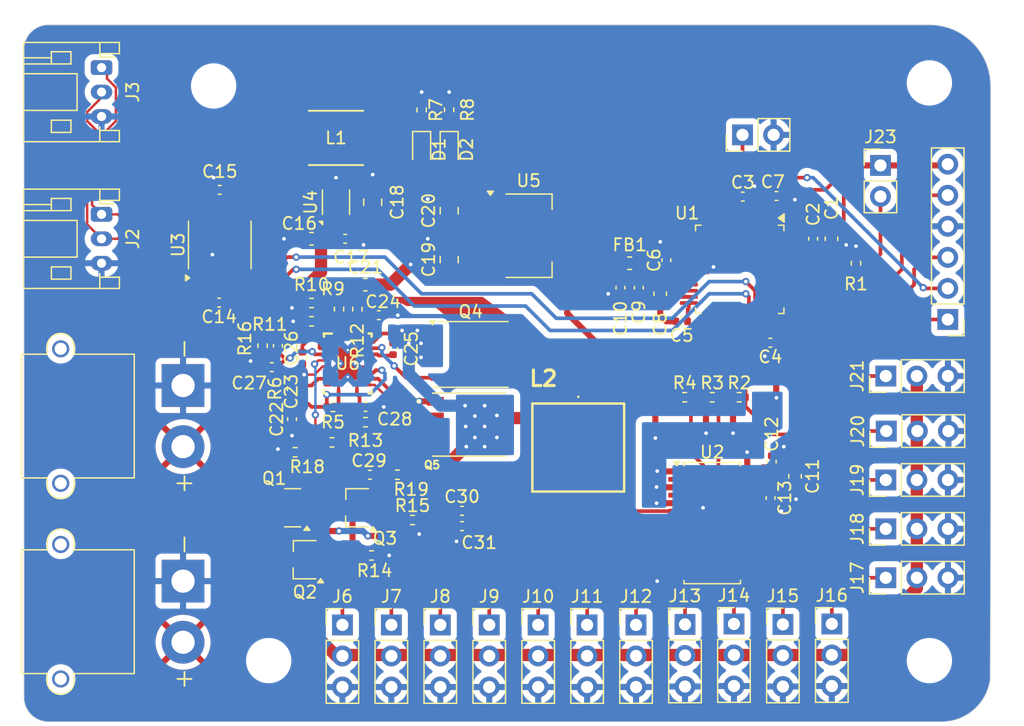
<source format=kicad_pcb>
(kicad_pcb (version 20240108) (generator "pcbnew") (generator_version "8.0")
  (layers (0 "F.Cu" signal) (31 "B.Cu" power) (34 "B.Paste" user) (35 "F.Paste" user) (36 "B.SilkS" user "B.Silkscreen") (37 "F.SilkS" user "F.Silkscreen") (38 "B.Mask" user) (39 "F.Mask" user) (44 "Edge.Cuts" user))
  (net 0 "")
  (net 1 "GND")
  (net 2 "+3.3V")
  (net 3 "NRST")
  (net 4 "+3.3VA")
  (net 5 "+5V")
  (net 6 "+P_BATT")
  (net 7 "Net-(U4-VCC)")
  (net 8 "+6V")
  (net 9 "Net-(D1-K)")
  (net 10 "Net-(D2-K)")
  (net 11 "/MCU/SWDIO")
  (net 12 "/MCU/SWCLK")
  (net 13 "SWO")
  (net 14 "/CAN/CAN+")
  (net 15 "/CAN/CAN-")
  (net 16 "+BATT")
  (net 17 "CH0")
  (net 18 "CH1")
  (net 19 "CH2")
  (net 20 "CH3")
  (net 21 "CH4")
  (net 22 "CH5")
  (net 23 "CH6")
  (net 24 "CH7")
  (net 25 "CH8")
  (net 26 "CH9")
  (net 27 "CH10")
  (net 28 "CH11")
  (net 29 "CH12")
  (net 30 "CH13")
  (net 31 "CH14")
  (net 32 "CH15")
  (net 33 "/MCU/BOOT0")
  (net 34 "Net-(U4-LX)")
  (net 35 "Net-(Q1-G)")
  (net 36 "Net-(Q2-B)")
  (net 37 "SCL")
  (net 38 "SDA")
  (net 39 "OE")
  (net 50 "CAN_RX")
  (net 62 "CAN_TX")
  (net 71 "/PWM Generator/EXTCLK")
  (net 72 "Net-(U6-VCC)")
  (net 73 "Net-(C26-Pad2)")
  (net 74 "Net-(C29-Pad1)")
  (net 75 "Net-(C30-Pad2)")
  (net 76 "/Power/SS_TRK")
  (net 77 "/Power/VIN")
  (net 78 "/Power/BST")
  (net 79 "/Power/SW_")
  (net 80 "/Power/comp")
  (net 81 "/Power/ILIM")
  (net 82 "/Power/FB_")
  (net 83 "/Power/HO")
  (net 84 "/Power/LO")
  (net 85 "/Power/PGOOD")
  (net 86 "/Power/SYNCIN")
  (net 87 "/Power/EN_")
  (net 88 "/Power/rt")
  (footprint "Connector_PinHeader_2.54mm:PinHeader_1x06_P2.54mm_Vertical" (layer "F.Cu") (at 175.5 106.1 180)
    (property "Reference" "J1")
    (property "Value" "Conn_01x06_Pin")
  )
  (footprint "Capacitor_SMD:C_0603_1608Metric" (layer "F.Cu") (at 152 104 -90)
    (property "Reference" "C8")
    (property "Value" "10n")
  )
  (footprint "Resistor_SMD:R_0402_1005Metric" (layer "F.Cu") (at 125.25 113.25)
    (property "Reference" "R5")
    (property "Value" "20k")
  )
  (footprint "Resistor_SMD:R_0402_1005Metric" (layer "F.Cu") (at 119.5 108.25 -90)
    (property "Reference" "R16")
    (property "Value" "2")
  )
  (footprint "Capacitor_SMD:C_0402_1005Metric" (layer "F.Cu") (at 120.75 108.25 90)
    (property "Reference" "C26")
    (property "Value" "2n2")
  )
  (footprint "Capacitor_SMD:C_0402_1005Metric" (layer "F.Cu") (at 116 95.5 180)
    (property "Reference" "C15")
    (property "Value" "1u")
  )
  (footprint "Capacitor_SMD:C_0402_1005Metric" (layer "F.Cu") (at 164.5 99.5 -90)
    (property "Reference" "C2")
    (property "Value" "100n")
  )
  (footprint "MountingHole:MountingHole_3.2mm_M3" (layer "F.Cu") (at 120 134)
    (property "Reference" "H4")
    (property "Value" "MountingHole")
  )
  (footprint "Connector_PinHeader_2.54mm:PinHeader_1x03_P2.54mm_Vertical" (layer "F.Cu") (at 138.025 131.08)
    (property "Reference" "J9")
    (property "Value" "Conn_01x03_Pin")
  )
  (footprint "Resistor_SMD:R_0402_1005Metric" (layer "F.Cu") (at 168 101.5 90)
    (property "Reference" "R1")
    (property "Value" "10k")
  )
  (footprint "Capacitor_SMD:C_0402_1005Metric" (layer "F.Cu") (at 161 108 180)
    (property "Reference" "C4")
    (property "Value" "100n")
  )
  (footprint "Capacitor_SMD:C_0402_1005Metric" (layer "F.Cu") (at 120.25 110 180)
    (property "Reference" "C27")
    (property "Value" "2n2")
  )
  (footprint "Package_QFP:LQFP-48_7x7mm_P0.5mm" (layer "F.Cu") (at 158.5 102 -90)
    (property "Reference" "U1")
    (property "Value" "STM32G431CBTx")
  )
  (footprint "Capacitor_SMD:C_0603_1608Metric" (layer "F.Cu") (at 163.02 118.925 -90)
    (property "Reference" "C11")
    (property "Value" "10u")
  )
  (footprint "Resistor_SMD:R_0402_1005Metric" (layer "F.Cu") (at 125.75 105.25 -90)
    (property "Reference" "R9")
    (property "Value" "121k")
  )
  (footprint "Capacitor_SMD:C_0402_1005Metric" (layer "F.Cu") (at 161.02 120.7 -90)
    (property "Reference" "C13")
    (property "Value" "100n")
  )
  (footprint "LED_SMD:LED_0603_1608Metric" (layer "F.Cu") (at 134.75 92.2125 -90)
    (property "Reference" "D2")
    (property "Value" "LED")
  )
  (footprint "Capacitor_SMD:C_0402_1005Metric" (layer "F.Cu") (at 161.5 96)
    (property "Reference" "C7")
    (property "Value" "100n")
  )
  (footprint "Package_TO_SOT_SMD:TSOT-23_HandSoldering" (layer "F.Cu") (at 127.25 121.5 180)
    (property "Reference" "Q3")
    (property "Value" "PNP")
  )
  (footprint "AAA_Custom:IND_BOURNS_SRN4018" (layer "F.Cu") (at 125.5 91.25)
    (property "Reference" "L1")
    (property "Value" "47u")
  )
  (footprint "AAA_Custom:TRANS_CSD18512Q5B" (layer "F.Cu") (at 136.397 114.7)
    (property "Reference" "Q5")
    (property "Value" "CSD18512Q5B")
  )
  (footprint "Package_TO_SOT_SMD:TDSON-8-1" (layer "F.Cu") (at 136.51 108.96)
    (property "Reference" "Q4")
    (property "Value" "CSD18540Q5B")
  )
  (footprint "Connector_PinHeader_2.54mm:PinHeader_1x03_P2.54mm_Vertical" (layer "F.Cu") (at 166.025 131)
    (property "Reference" "J16")
    (property "Value" "Conn_01x03_Pin")
  )
  (footprint "Capacitor_SMD:C_0402_1005Metric" (layer "F.Cu") (at 129 105.75)
    (property "Reference" "C24")
    (property "Value" "100n")
  )
  (footprint "Connector_PinHeader_2.54mm:PinHeader_1x03_P2.54mm_Vertical" (layer "F.Cu") (at 126.025 131.08)
    (property "Reference" "J6")
    (property "Value" "Conn_01x03_Pin")
  )
  (footprint "Capacitor_SMD:C_0805_2012Metric" (layer "F.Cu") (at 134.75 97.2 90)
    (property "Reference" "C20")
    (property "Value" "22u")
  )
  (footprint "Capacitor_SMD:C_0603_1608Metric" (layer "F.Cu") (at 166 99.5 -90)
    (property "Reference" "C1")
    (property "Value" "10u")
  )
  (footprint "Capacitor_SMD:C_0402_1005Metric" (layer "F.Cu") (at 122.75 109.25 -90)
    (property "Reference" "C23")
    (property "Value" "39n")
  )
  (footprint "LED_SMD:LED_0603_1608Metric" (layer "F.Cu") (at 132.5 92.2125 -90)
    (property "Reference" "D1")
    (property "Value" "LED")
  )
  (footprint "Package_SO:SOIC-8_3.9x4.9mm_P1.27mm" (layer "F.Cu") (at 116 100 90)
    (property "Reference" "U3")
    (property "Value" "TCAN1057AEV-Q1")
  )
  (footprint "Connector_PinHeader_2.54mm:PinHeader_1x03_P2.54mm_Vertical" (layer "F.Cu") (at 170.475 115.225 90)
    (property "Reference" "J20")
    (property "Value" "Conn_01x03_Pin")
  )
  (footprint "Resistor_SMD:R_0402_1005Metric" (layer "F.Cu") (at 131.75 122.5)
    (property "Reference" "R15")
    (property "Value" "47k")
  )
  (footprint "Package_SO:TSSOP-28_4.4x9.7mm_P0.65mm" (layer "F.Cu") (at 156.25 122.75)
    (property "Reference" "U2")
    (property "Value" "PCA9685PW")
  )
  (footprint "Capacitor_SMD:C_0402_1005Metric" (layer "F.Cu") (at 135.8 123 180)
    (property "Reference" "C31")
    (property "Value" "10u")
  )
  (footprint "Resistor_SMD:R_0402_1005Metric" (layer "F.Cu") (at 132.5 88.9625 -90)
    (property "Reference" "R7")
    (property "Value" "2k2")
  )
  (footprint "Package_DFN_QFN:DFN-8_2x2mm_P0.5mm" (layer "F.Cu") (at 125.5 96.51 90)
    (property "Reference" "U4")
    (property "Value" "MAX15062B")
  )
  (footprint "Resistor_SMD:R_0402_1005Metric" (layer "F.Cu") (at 127.91 114.5)
    (property "Reference" "R13")
    (property "Value" "800")
  )
  (footprint "Connector_PinHeader_2.54mm:PinHeader_1x03_P2.54mm_Vertical" (layer "F.Cu") (at 146.025 131.08)
    (property "Reference" "J11")
    (property "Value" "Conn_01x03_Pin")
  )
  (footprint "Capacitor_SMD:C_0402_1005Metric" (layer "F.Cu") (at 148.75 103.5 -90)
    (property "Reference" "C10")
    (property "Value" "1u")
  )
  (footprint "Connector_PinHeader_2.54mm:PinHeader_1x03_P2.54mm_Vertical" (layer "F.Cu") (at 170.435 119.225 90)
    (property "Reference" "J19")
    (property "Value" "Conn_01x03_Pin")
  )
  (footprint "Capacitor_SMD:C_0402_1005Metric" (layer "F.Cu") (at 152.5 101.25 90)
    (property "Reference" "C6")
    (property "Value" "100n")
  )
  (footprint "Connector_PinHeader_2.54mm:PinHeader_1x03_P2.54mm_Vertical" (layer "F.Cu") (at 130.025 131.08)
    (property "Reference" "J7")
    (property "Value" "Conn_01x03_Pin")
  )
  (footprint "AAA_Custom:XAL7070472MEC" (layer "F.Cu") (at 145.3 116.575 -90)
    (property "Reference" "L2")
    (property "Value" "550n" (hide yes))
  )
  (footprint "Resistor_SMD:R_0402_1005Metric" (layer "F.Cu") (at 121.91 111.75 90)
    (property "Reference" "R6")
    (property "Value" "20k")
  )
  (footprint "Capacitor_SMD:C_0402_1005Metric" (layer "F.Cu") (at 161.1125 117.725 90)
    (property "Reference" "C12")
    (property "Value" "100n")
  )
  (footprint "Resistor_SMD:R_0402_1005Metric" (layer "F.Cu") (at 122.16 116.96)
    (property "Reference" "R18")
    (property "Value" "2k74")
  )
  (footprint "Connector_PinHeader_2.54mm:PinHeader_1x03_P2.54mm_Vertical" (layer "F.Cu") (at 170.435 123.225 90)
    (property "Reference" "J18")
    (property "Value" "Conn_01x03_Pin")
  )
  (footprint "Capacitor_SMD:C_0402_1005Metric" (layer "F.Cu") (at 121.91 114.25 -90)
    (property "Reference" "C22")
    (property "Value" "2u2")
  )
  (footprint "Package_TO_SOT_SMD:SOT-23" (layer "F.Cu") (at 121.96 121.5 180)
    (property "Reference" "Q1")
    (property "Value" "AO3401A")
  )
  (footprint "Package_TO_SOT_SMD:SOT-223-3_TabPin2" (layer "F.Cu") (at 141.25 99.25)
    (property "Reference" "U5")
    (property "Value" "AMS1117-3.3")
  )
  (footprint "Capacitor_SMD:C_0805_2012Metric" (layer "F.Cu") (at 134.75 101.2 90)
    (property "Reference" "C19")
    (property "Value" "22u")
  )
  (footprint "Capacitor_SMD:C_0402_1005Metric" (layer "F.Cu") (at 127.91 113.25)
    (property "Reference" "C28")
    (property "Value" "10p")
  )
  (footprint "Connector_PinHeader_2.54mm:PinHeader_1x03_P2.54mm_Vertical" (layer "F.Cu") (at 150.025 131.08)
    (property "Reference" "J12")
    (property "Value" "Conn_01x03_Pin")
  )
  (footprint "Connector_PinHeader_2.54mm:PinHeader_1x03_P2.54mm_Vertical" (layer "F.Cu") (at 134.025 131.08)
    (property "Reference" "J8")
    (property "Value" "Conn_01x03_Pin")
  )
  (footprint "Resistor_SMD:R_0402_1005Metric" (layer "F.Cu") (at 156.25 112.46)
    (property "Reference" "R3")
    (property "Value" "10k")
  )
  (footprint "Resistor_SMD:R_0402_1005Metric" (layer "F.Cu") (at 123.5 106.25)
    (property "Reference" "R10")
    (property "Value" "10k")
  )
  (footprint "Connector_JST:JST_PH_S3B-PH-K_1x03_P2.00mm_Horizontal" (layer "F.Cu") (at 106.336999 85.499999 -90)
    (property "Reference" "J3")
    (property "Value" "Conn_01x03_Socket")
  )
  (footprint "MountingHole:MountingHole_3.2mm_M3" (layer "F.Cu") (at 115.5 87)
    (property "Reference" "H1")
    (property "Value" "MountingHole")
  )
  (footprint "Connector_AMASS:AMASS_XT30PW-M_1x02_P2.50mm_Horizontal" (layer "F.Cu") (at 113 127.5 90)
    (property "Reference" "J5" (hide yes))
    (property "Value" "Conn_01x02_Socket")
  )
  (footprint "Package_TO_SOT_SMD:TSOT-23_HandSoldering" (layer "F.Cu") (at 122.96 125.75 180)
    (property "Reference" "Q2")
    (property "Value" "PNP")
  )
  (footprint "Resistor_SMD:R_0402_1005Metric" (layer "F.Cu") (at 154 112.46)
    (property "Reference" "R4")
    (property "Value" "10k")
  )
  (footprint "Capacitor_SMD:C_0402_1005Metric" (layer "F.Cu") (at 130.16 108.5 90)
    (property "Reference" "C25")
    (property "Value" "100n")
  )
  (footprint "Connector_PinHeader_2.54mm:PinHeader_1x03_P2.54mm_Vertical" (layer "F.Cu") (at 142.025 131.08)
    (property "Reference" "J10")
    (property "Value" "Conn_01x03_Pin")
  )
  (footprint "Resistor_SMD:R_0402_1005Metric" (layer "F.Cu") (at 128.4 125.4)
    (property "Reference" "R14")
    (property "Value" "10k")
  )
  (footprint "AAA_Custom:RGY0020B" (layer "F.Cu") (at 126.460001 109.700002)
    (property "Reference" "U6")
    (property "Value" "LM25145RGYR")
  )
  (footprint "Capacitor_SMD:C_0603_1608Metric" (layer "F.Cu") (at 123.5 99.5 180)
    (property "Reference" "C16")
    (property "Value" "1u")
  )
  (footprint "Capacitor_SMD:C_0402_1005Metric" (layer "F.Cu") (at 158.75 96.05)
    (property "Reference" "C3")
    (property "Value" "100n")
  )
  (footprint "Connector_JST:JST_PH_S3B-PH-K_1x03_P2.00mm_Horizontal" (layer "F.Cu") (at 106.336999 97.499999 -90)
    (property "Reference" "J2")
    (property "Value" "Conn_01x03_Socket")
  )
  (footprint "Resistor_SMD:R_0402_1005Metric" (layer "F.Cu") (at 125.17 116.15)
    (property "Reference" "R17" (hide yes))
    (property "Value" "18k")
  )
  (footprint "Capacitor_SMD:C_0402_1005Metric" (layer "F.Cu") (at 150.25 103.5 -90)
    (property "Reference" "C9")
    (property "Value" "1u")
  )
  (footprint "Inductor_SMD:L_0603_1608Metric" (layer "F.Cu") (at 149.5 101.5 180)
    (property "Reference" "FB1")
    (property "Value" "120R")
  )
  (footprint "Connector_PinHeader_2.54mm:PinHeader_1x03_P2.54mm_Vertical" (layer "F.Cu") (at 158.025 131)
    (property "Reference" "J14")
    (property "Value" "Conn_01x03_Pin")
  )
  (footprint "Resistor_SMD:R_0402_1005Metric" (layer "F.Cu") (at 134.75 88.9525 90)
    (property "Reference" "R8")
    (property "Value" "1k")
  )
  (footprint "Capacitor_SMD:C_0805_2012Metric" (layer "F.Cu") (at 128.5 96.51 90)
    (property "Reference" "C18")
    (property "Value" "22u")
  )
  (footprint "MountingHole:MountingHole_3.2mm_M3" (layer "F.Cu") (at 174 86.75)
    (property "Reference" "H2")
    (property "Value" "MountingHole")
  )
  (footprint "Capacitor_SMD:C_0402_1005Metric" (layer "F.Cu") (at 126.25 99.5)
    (property "Reference" "C17")
    (property "Value" "1u")
  )
  (footprint "Resistor_SMD:R_0402_1005Metric" (layer "F.Cu") (at 123.5 104.75 180)
    (property "Reference" "R11")
    (property "Value" "8k")
  )
  (footprint "Connector_PinHeader_2.54mm:PinHeader_1x02_P2.54mm_Vertical" (layer "F.Cu") (at 170 93.5)
    (property "Reference" "J23")
    (property "Value" "Conn_01x02_Pin")
  )
  (footprint "Capacitor_SMD:C_0402_1005Metric" (layer "F.Cu") (at 128.27 118.8 180)
    (property "Reference" "C29")
    (property "Value" "180p")
  )
  (footprint "Connector_AMASS:AMASS_XT30PW-M_1x02_P2.50mm_Horizontal" (layer "F.Cu") (at 113 111.5 90)
    (property "Reference" "J4" (hide yes))
    (property "Value" "Conn_01x02_Socket")
  )
  (footprint "Capacitor_SMD:C_0603_1608Metric" (layer "F.Cu") (at 127.9 103.25)
    (property "Reference" "C21")
    (property "Value" "4.7u")
  )
  (footprint "Capacitor_SMD:C_0402_1005Metric" (layer "F.Cu") (at 153.75 106.25 180)
    (property "Reference" "C5")
    (property "Value" "100n")
  )
  (footprint "Connector_PinHeader_2.54mm:PinHeader_1x03_P2.54mm_Vertical" (layer "F.Cu") (at 170.435 110.725 90)
    (property "Reference" "J21")
    (property "Value" "Conn_01x03_Pin")
  )
  (footprint "Connector_PinHeader_2.54mm:PinHeader_1x02_P2.54mm_Vertical" (layer "F.Cu") (at 158.725 91 90)
    (property "Reference" "J22")
    (property "Value" "Conn_01x02_Pin")
  )
  (footprint "MountingHole:MountingHole_3.2mm_M3" (layer "F.Cu") (at 174 134)
    (property "Reference" "H3")
    (property "Value" "MountingHole")
  )
  (footprint "Capacitor_SMD:C_0402_1005Metric" (layer "F.Cu") (at 135.8 121.75)
    (property "Reference" "C30")
    (property "Value" "10u")
  )
  (footprint "Connector_PinHeader_2.54mm:PinHeader_1x03_P2.54mm_Vertical" (layer "F.Cu") (at 170.435 127.225 90)
    (property "Reference" "J17")
    (property "Value" "Conn_01x03_Pin")
  )
  (footprint "Resistor_SMD:R_0402_1005Metric" (layer "F.Cu") (at 127.25 105.25 -90)
    (property "Reference" "R12")
    (property "Value" "2")
  )
  (footprint "Connector_PinHeader_2.54mm:PinHeader_1x03_P2.54mm_Vertical" (layer "F.Cu") (at 154.025 131.04)
    (property "Reference" "J13")
    (property "Value" "Conn_01x03_Pin")
  )
  (footprint "Resistor_SMD:R_0402_1005Metric" (layer "F.Cu") (at 130.52 118.8)
    (property "Reference" "R19")
    (property "Value" "412")
  )
  (footprint "Connector_PinHeader_2.54mm:PinHeader_1x03_P2.54mm_Vertical" (layer "F.Cu") (at 162.025 131.04)
    (property "Reference" "J15")
    (property "Value" "Conn_01x03_Pin")
  )
  (footprint "Resistor_SMD:R_0402_1005Metric" (layer "F.Cu") (at 158.46 112.46)
    (property "Reference" "R2")
    (property "Value" "10k")
  )
  (footprint "Capacitor_SMD:C_0402_1005Metric" (layer "F.Cu") (at 115.95 104.72 180)
    (property "Reference" "C14")
    (property "Value" "1u")
  )
  (gr_arc (start 174 82) (mid 177.535534 83.464466) (end 179 87) (stroke (width 0.05)) (layer "Edge.Cuts"))
  (gr_line (start 179 87) (end 179 135) (stroke (width 0.05)) (layer "Edge.Cuts"))
  (gr_arc (start 100 84) (mid 100.585786 82.585786) (end 102 82) (stroke (width 0.05)) (layer "Edge.Cuts"))
  (gr_line (start 174 82) (end 102 82) (stroke (width 0.05)) (layer "Edge.Cuts"))
  (gr_line (start 175 139) (end 102 139) (stroke (width 0.05)) (layer "Edge.Cuts"))
  (gr_arc (start 179 135) (mid 177.828427 137.828427) (end 175 139) (stroke (width 0.05)) (layer "Edge.Cuts"))
  (gr_line (start 100 137) (end 100 84) (stroke (width 0.05)) (layer "Edge.Cuts"))
  (gr_arc (start 102 139) (mid 100.585786 138.414214) (end 100 137) (stroke (width 0.05)) (layer "Edge.Cuts"))
  (segment (start 127.287818 110.250001) (end 126.832182 110.250001) (width 0.2) (layer "F.Cu") (net 1))
  (segment (start 132.26 122.5) (end 132.26 123.61) (width 0.5) (layer "F.Cu") (net 1))
  (segment (start 122.725 99.5) (end 121.25 99.5) (width 0.5) (layer "F.Cu") (net 1))
  (segment (start 115.365 100.835) (end 115.4 100.8) (width 0.5) (layer "F.Cu") (net 1))
  (segment (start 115.365 104.615) (end 115.47 104.72) (width 0.5) (layer "F.Cu") (net 1))
  (segment (start 136.85 96.95) (end 136.15 96.25) (width 0.5) (layer "F.Cu") (net 1))
  (segment (start 152.275 126.975) (end 151.75 127.5) (width 0.3) (layer "F.Cu") (net 1))
  (segment (start 126.73 99.5) (end 127.25 99.5) (width 0.5) (layer "F.Cu") (net 1))
  (segment (start 163.02 120.72) (end 163.1 120.8) (width 0.5) (layer "F.Cu") (net 1))
  (segment (start 128.11 111.450001) (end 128.650001 111.450001) (width 0.2) (layer "F.Cu") (net 1))
  (segment (start 155.9 102.25) (end 156.35 101.8) (width 0.3) (layer "F.Cu") (net 1))
  (segment (start 122.897648 110.609407) (end 122.897648 109.877648) (width 0.3) (layer "F.Cu") (net 1))
  (segment (start 163.50312 99.75) (end 163.73312 99.98) (width 0.3) (layer "F.Cu") (net 1))
  (segment (start 119.5 108.76) (end 119.5 109.5) (width 0.3) (layer "F.Cu") (net 1))
  (segment (start 168 100.99) (end 168 100.1) (width 0.5) (layer "F.Cu") (net 1))
  (segment (start 125.25 95.56) (end 125.25 94.75) (width 0.3) (layer "F.Cu") (net 1))
  (segment (start 126.460001 109.87782) (end 126.460001 109.700002) (width 0.2) (layer "F.Cu") (net 1))
  (segment (start 160.52 109.07) (end 160.55 109.1) (width 0.3) (layer "F.Cu") (net 1))
  (segment (start 115.52 94.52) (end 115.5 94.5) (width 0.5) (layer "F.Cu") (net 1))
  (segment (start 121.91 115.59) (end 121.9 115.6) (width 0.5) (layer "F.Cu") (net 1))
  (segment (start 166.925 100.275) (end 167.2 100) (width 0.3) (layer "F.Cu") (net 1))
  (segment (start 115.365 102.475) (end 115.365 100.835) (width 0.5) (layer "F.Cu") (net 1))
  (segment (start 150.525 104.775) (end 152 104.775) (width 0.5) (layer "F.Cu") (net 1))
  (segment (start 161.1125 117.245) (end 161.355 117.245) (width 0.5) (layer "F.Cu") (net 1))
  (segment (start 128.11 109.950002) (end 127.587817 109.950002) (width 0.2) (layer "F.Cu") (net 1))
  (segment (start 115.52 95.5) (end 115.52 94.52) (width 0.5) (layer "F.Cu") (net 1))
  (segment (start 150.25 104.5) (end 150.525 104.775) (width 0.5) (layer "F.Cu") (net 1))
  (segment (start 128.675 103.25) (end 129.95 103.25) (width 1) (layer "F.Cu") (net 1))
  (segment (start 153.27 106.25) (end 152.5 106.25) (width 0.5) (layer "F.Cu") (net 1))
  (segment (start 128.5 95.56) (end 126.25 95.56) (width 0.3) (layer "F.Cu") (net 1))
  (segment (start 122.897648 110.609407) (end 123.740593 110.609407) (width 0.2) (layer "F.Cu") (net 1))
  (segment (start 148.75 103.98) (end 150.25 103.98) (width 0.5) (layer "F.Cu") (net 1))
  (segment (start 160.52 108) (end 160.52 109.07) (width 0.3) (layer "F.Cu") (net 1))
  (segment (start 122.971353 110.609407) (end 123 110.58076) (width 0.3) (layer "F.Cu") (net 1))
  (segment (start 128.650001 111.450001) (end 129.4 112.2) (width 0.2) (layer "F.Cu") (net 1))
  (segment (start 152.5 106.25) (end 152 105.75) (width 0.5) (layer "F.Cu") (net 1))
  (segment (start 152.5 100.77) (end 152.5 100.25) (width 0.5) (layer "F.Cu") (net 1))
  (segment (start 155.5 121.5) (end 155 121) (width 0.3) (layer "F.Cu") (net 1))
  (segment (start 135.32 123) (end 135.32 124.22) (width 0.5) (layer "F.Cu") (net 1))
  (segment (start 161.02 121.18) (end 161.305 121.18) (width 0.5) (layer "F.Cu") (net 1))
  (segment (start 129.48 105.75) (end 130.55 105.75) (width 0.5) (layer "F.Cu") (net 1))
  (segment (start 163.73312 99.98) (end 164.5 99.98) (width 0.3) (layer "F.Cu") (net 1))
  (segment (start 152 105.75) (end 152 104.775) (width 0.5) (layer "F.Cu") (net 1))
  (segment (start 123.740593 110.609407) (end 124.399996 109.950004) (width 0.2) (layer "F.Cu") (net 1))
  (segment (start 133.75 100.25) (end 133 99.5) (width 0.5) (layer "F.Cu") (net 1))
  (segment (start 153.25 104.25) (end 152.725 104.775) (width 0.3) (layer "F.Cu") (net 1))
  (segment (start 115.52 95.5) (end 115 95.5) (width 0.5) (layer "F.Cu") (net 1))
  (segment (start 154.475 120.475) (end 153.3875 120.475) (width 0.5) (layer "F.Cu") (net 1))
  (segment (start 155 121) (end 155 120.050001) (width 0.5) (layer "F.Cu") (net 1))
  (segment (start 150.25 103.98) (end 150.25 104.5) (width 0.5) (layer "F.Cu") (net 1))
  (segment (start 154.3375 102.25) (end 155.9 102.25) (width 0.3) (layer "F.Cu") (net 1))
  (segment (start 127.25 99.5) (end 127.75 100) (width 0.5) (layer "F.Cu") (net 1))
  (segment (start 147.77 103.98) (end 147.75 104) (width 0.5) (layer "F.Cu") (net 1))
  (segment (start 121.01 116.96) (end 120.75 116.7) (width 0.5) (layer "F.Cu") (net 1))
  (segment (start 122.3 104.75) (end 121.9 105.15) (width 0.5) (layer "F.Cu") (net 1))
  (segment (start 160.75 106.1625) (end 160.75 107.25) (width 0.3) (layer "F.Cu") (net 1))
  (segment (start 122.99 104.75) (end 122.3 104.75) (width 0.5) (layer "F.Cu") (net 1))
  (segment (start 128.39 113.25) (end 129.4 113.25) (width 0.5) (layer "F.Cu") (net 1))
  (segment (start 122.897648 110.609407) (end 122.971353 110.609407) (width 0.3) (layer "F.Cu") (net 1))
  (segment (start 134.75 88.4425) (end 134.75 87.5) (width 0.5) (layer "F.Cu") (net 1))
  (segment (start 162.6625 99.75) (end 163.50312 99.75) (width 0.3) (layer "F.Cu") (net 1))
  (segment (start 119.5 109.5) (end 119.5 109.73) (width 0.3) (layer "F.Cu") (net 1))
  (segment (start 164.5 99.98) (end 164.73 99.98) (width 0.3) (layer "F.Cu") (net 1))
  (segment (start 161.305 121.18) (end 161.9 121.775) (width 0.5) (layer "F.Cu") (net 1))
  (segment (start 122.897648 109.877648) (end 122.75 109.73) (width 0.3) (layer "F.Cu") (net 1))
  (segment (start 121.91 114.73) (end 121.91 115.59) (width 0.5) (layer "F.Cu") (net 1))
  (segment (start 159.1125 121.125) (end 160.965 121.125) (width 0.5) (layer "F.Cu") (net 1))
  (segment (start 129.4 112.2) (end 129.4 113.25) (width 0.2) (layer "F.Cu") (net 1))
  (segment (start 148.75 103.98) (end 147.77 103.98) (width 0.5) (layer "F.Cu") (net 1))
  (segment (start 114.095 96.405) (end 114.095 97.525) (width 0.5) (layer "F.Cu") (net 1))
  (segment (start 161.98 96) (end 162.28 96.3) (width 0.5) (layer "F.Cu") (net 1))
  (segment (start 115 95.5) (end 114.095 96.405) (width 0.5) (layer "F.Cu") (net 1))
  (segment (start 128.91 125.4) (end 129.85 125.4) (width 0.5) (layer "F.Cu") (net 1))
  (segment (start 159.7 95.2) (end 159.18 95.72) (width 0.5) (layer "F.Cu") (net 1))
  (segment (start 160.965 121.125) (end 161.02 121.18) (width 0.3) (layer "F.Cu") (net 1))
  (segment (start 135.32 124.22) (end 135.35 124.25) (width 0.5) (layer "F.Cu") (net 1))
  (segment (start 132.26 123.61) (end 132.3 123.65) (width 0.5) (layer "F.Cu") (net 1))
  (segment (start 115.365 102.475) (end 115.365 104.615) (width 0.5) (layer "F.Cu") (net 1))
  (segment (start 165.025 100.275) (end 166 100.275) (width 0.3) (layer "F.Cu") (net 1))
  (segment (start 161.355 117.245) (end 162.1 116.5) (width 0.5) (layer "F.Cu") (net 1))
  (segment (start 122.99 106.25) (end 122 106.25) (width 0.5) (layer "F.Cu") (net 1))
  (segment (start 155.5 121.5) (end 154.475 120.475) (width 0.5) (layer "F.Cu") (net 1))
  (segment (start 160.52 107.52) (end 160.52 108) (width 0.3) (layer "F.Cu") (net 1))
  (segment (start 166 100.275) (end 166.925 100.275) (width 0.3) (layer "F.Cu") (net 1))
  (segment (start 152.725 104.775) (end 152 104.775) (width 0.3) (layer "F.Cu") (net 1))
  (segment (start 153.3875 126.975) (end 152.275 126.975) (width 0.3) (layer "F.Cu") (net 1))
  (segment (start 119.5 109.5) (end 118.52 109.5) (width 0.3) (layer "F.Cu") (net 1))
  (segment (start 134.75 96.25) (end 133 96.25) (width 0.5) (layer "F.Cu") (net 1))
  (segment (start 160.75 107.25) (end 160.5 107.5) (width 0.3) (layer "F.Cu") (net 1))
  (segment (start 160.5 107.5) (end 160.52 107.52) (width 0.3) (layer "F.Cu") (net 1))
  (segment (start 124.399996 109.950004) (end 124.810002 109.950004) (width 0.2) (layer "F.Cu") (net 1))
  (segment (start 125.25 94.75) (end 125.5 94.5) (width 0.3) (layer "F.Cu") (net 1))
  (segment (start 152.5 100.25) (end 152 99.75) (width 0.5) (layer "F.Cu") (net 1))
  (segment (start 126.832182 110.250001) (end 126.460001 109.87782) (width 0.2) (layer "F.Cu") (net 1))
  (segment (start 162.28 96.3) (end 163 96.3) (width 0.5) (layer "F.Cu") (net 1))
  (segment (start 163.02 119.7) (end 163.02 120.72) (width 0.5) (layer "F.Cu") (net 1))
  (segment (start 119.5 109.73) (end 119.77 110) (width 0.3) (layer "F.Cu") (net 1))
  (segment (start 155 120.050001) (end 154.124999 119.175) (width 0.5) (layer "F.Cu") (net 1))
  (segment (start 136.15 96.25) (end 134.75 96.25) (width 0.5) (layer "F.Cu") (net 1))
  (segment (start 154.3375 104.25) (end 153.25 104.25) (width 0.3) (layer "F.Cu") (net 1))
  (segment (start 132.5 88.4525) (end 132.5 87.5) (width 0.5) (layer "F.Cu") (net 1))
  (segment (start 121.65 116.96) (end 121.01 116.96) (width 0.5) (layer "F.Cu") (net 1))
  (segment (start 128.5 95.56) (end 128.5 94.25) (width 0.3) (layer "F.Cu") (net 1))
  (segment (start 164.73 99.98) (end 165.025 100.275) (width 0.3) (layer "F.Cu") (net 1))
  (segment (start 159.18 95.72) (end 159.18 96) (width 0.5) (layer "F.Cu") (net 1))
  (segment (start 123 110.58076) (end 123 110.25) (width 0.3) (layer "F.Cu") (net 1))
  (segment (start 127.587817 109.950002) (end 127.287818 110.250001) (width 0.2) (layer "F.Cu") (net 1))
  (segment (start 138.1 96.95) (end 136.85 96.95) (width 0.5) (layer "F.Cu") (net 1))
  (segment (start 132.295 112.795) (end 133.627 112.795) (width 0.5) (layer "F.Cu") (net 1))
  (segment (start 154.124999 119.175) (end 153.3875 119.175) (width 0.5) (layer "F.Cu") (net 1))
  (segment (start 134.75 100.25) (end 133.75 100.25) (width 0.5) (layer "F.Cu") (net 1))
  (segment (start 129.95 103.25) (end 131.6 101.6) (width 1) (layer "F.Cu") (net 1))
  (via (at 122.897648 110.609407) (size 0.6) (drill 0.3) (layers "F.Cu" "B.Cu") (net 1))
  (via (at 127.75 100) (size 0.6) (drill 0.3) (layers "F.Cu" "B.Cu") (net 1))
  (via (at 115.4 100.8) (size 0.6) (drill 0.3) (layers "F.Cu" "B.Cu") (net 1))
  (via (at 133 96.25) (size 0.6) (drill 0.3) (layers "F.Cu" "B.Cu") (net 1))
  (via (at 147.75 104) (size 0.6) (drill 0.3) (layers "F.Cu" "B.Cu") (net 1))
  (via (at 129.85 125.4) (size 0.6) (drill 0.3) (layers "F.Cu" "B.Cu") (net 1))
  (via (at 160.55 109.1) (size 0.6) (drill 0.3) (layers "F.Cu" "B.Cu") (net 1))
  (via (at 163 96.3) (size 0.6) (drill 0.3) (layers "F.Cu" "B.Cu") (net 1))
  (via (at 121.9 105.15) (size 0.6) (drill 0.3) (layers "F.Cu" "B.Cu") (net 1))
  (via (at 168 100.1) (size 0.6) (drill 0.3) (layers "F.Cu" "B.Cu") (net 1))
  (via (at 122 106.25) (size 0.6) (drill 0.3) (layers "F.Cu" "B.Cu") (net 1))
  (via (at 134.75 87.5) (size 0.6) (drill 0.3) (layers "F.Cu" "B.Cu") (net 1))
  (via (at 133 99.5) (size 0.6) (drill 0.3) (layers "F.Cu" "B.Cu") (net 1))
  (via (at 161.9 121.775) (size 0.6) (drill 0.3) (layers "F.Cu" "B.Cu") (net 1))
  (via (at 129.4 113.25) (size 0.6) (drill 0.3) (layers "F.Cu" "B.Cu") (net 1))
  (via (at 120.75 116.7) (size 0.6) (drill 0.3) (layers "F.Cu" "B.Cu") (net 1))
  (via (at 156.35 101.8) (size 0.6) (drill 0.3) (layers "F.Cu" "B.Cu") (net 1))
  (via (at 162.1 116.5) (size 0.6) (drill 0.3) (layers "F.Cu" "B.Cu") (net 1))
  (via (at 132.3 123.65) (size 0.6) (drill 0.3) (layers "F.Cu" "B.Cu") (net 1))
  (via (at 125.5 94.5) (size 0.6) (drill 0.3) (layers "F.Cu" "B.Cu") (net 1))
  (via (at 135.35 124.25) (size 0.6) (drill 0.3) (layers "F.Cu" "B.Cu") (net 1))
  (via (at 132.5 87.5) (size 0.6) (drill 0.3) (layers "F.Cu" "B.Cu") (net 1))
  (via (at 152 99.75) (size 0.6) (drill 0.3) (layers "F.Cu" "B.Cu") (net 1))
  (via (at 167.2 100) (size 0.6) (drill 0.3) (layers "F.Cu" "B.Cu") (net 1))
  (via (at 132.295 112.795) (size 0.6) (drill 0.3) (layers "F.Cu" "B.Cu") (net 1))
  (via (at 115.5 94.5) (size 0.6) (drill 0.3) (layers "F.Cu" "B.Cu") (net 1))
  (via (at 128.5 94.25) (size 0.6) (drill 0.3) (layers "F.Cu" "B.Cu") (net 1))
  (via (at 163.1 120.8) (size 0.6) (drill 0.3) (layers "F.Cu" "B.Cu") (net 1))
  (via (at 130.55 105.75) (size 0.6) (drill 0.3) (layers "F.Cu" "B.Cu") (net 1))
  (via (at 155.5 121.5) (size 0.6) (drill 0.3) (layers "F.Cu" "B.Cu") (net 1))
  (via (at 121.25 99.5) (size 0.6) (drill 0.3) (layers "F.Cu" "B.Cu") (net 1))
  (via (at 121.9 115.6) (size 0.6) (drill 0.3) (layers "F.Cu" "B.Cu") (net 1))
  (via (at 131.6 101.6) (size 0.6) (drill 0.3) (layers "F.Cu" "B.Cu") (net 1))
  (via (at 118.52 109.5) (size 0.6) (drill 0.3) (layers "F.Cu" "B.Cu") (net 1))
  (via (at 151.75 127.5) (size 0.6) (drill 0.3) (layers "F.Cu" "B.Cu") (net 1))
  (via (at 159.7 95.2) (size 0.6) (drill 0.3) (layers "F.Cu" "B.Cu") (net 1))
  (segment (start 153.240001 102.75) (end 152.5 102.009999) (width 0.3) (layer "F.Cu") (net 2))
  (segment (start 119.25 90.25) (end 123.75 85.75) (width 0.5) (layer "F.Cu") (net 2))
  (segment (start 155.74 115.39) (end 155.75 115.4) (width 0.5) (layer "F.Cu") (net 2))
  (segment (start 138.25 93) (end 140.75 95.5) (width 0.5) (layer "F.Cu") (net 2))
  (segment (start 161.25 97.8375) (end 161.25 96.99688) (width 0.3) (layer "F.Cu") (net 2))
  (segment (start 160.0625 118.525) (end 160.3875 118.2) (width 0.5) (layer "F.Cu") (net 2))
  (segment (start 161.02 96) (end 161.02 95.953154) (width 0.3) (layer "F.Cu") (net 2))
  (segment (start 151.775 118.525) (end 151.75 118.5) (width 0.2) (layer "F.Cu") (net 2))
  (segment (start 166.775 98.725) (end 167 98.5) (width 0.3) (layer "F.Cu") (net 2))
  (segment (start 154.25 105.25) (end 154.25 105.75) (width 0.3) (layer "F.Cu") (net 2))
  (segment (start 161.25 107.25) (end 161.5 107.5) (width 0.3) (layer "F.Cu") (net 2))
  (segment (start 144.4 99.25) (end 155.15 88.5) (width 0.5) (layer "F.Cu") (net 2))
  (segment (start 161.48 112.48) (end 161.5 112.5) (width 0.3) (layer "F.Cu") (net 2))
  (segment (start 164.73 99.02) (end 165.025 98.725) (width 0.3) (layer "F.Cu") (net 2))
  (segment (start 138.1 99.25) (end 136.9 99.25) (width 0.5) (layer "F.Cu") (net 2))
  (segment (start 162.5 95) (end 163 95.5) (width 0.3) (layer "F.Cu") (net 2))
  (segment (start 161.5 107.5) (end 161.48 107.52) (width 0.3) (layer "F.Cu") (net 2))
  (segment (start 142 99.25) (end 144.4 99.25) (width 0.5) (layer "F.Cu") (net 2))
  (segment (start 135 85.75) (end 140.75 91.5) (width 0.5) (layer "F.Cu") (net 2))
  (segment (start 153.3875 119.825) (end 151.725 119.825) (width 0.5) (layer "F.Cu") (net 2))
  (segment (start 148.75 103.02) (end 148.75 101.5375) (width 0.5) (layer "F.Cu") (net 2))
  (segment (start 151.725 119.825) (end 151.7 119.8) (width 0.2) (layer "F.Cu") (net 2))
  (segment (start 119.25 94.5) (end 119.25 90.25) (width 0.5) (layer "F.Cu") (net 2))
  (segment (start 140.75 98) (end 142 99.25) (width 0.5) (layer "F.Cu") (net 2))
  (segment (start 148.75 101.5375) (end 148.7125 101.5) (width 0.5) (layer "F.Cu") (net 2))
  (segment (start 144.4 99.25) (end 146.65 101.5) (width 0.5) (layer "F.Cu") (net 2))
  (segment (start 175.4 93.5) (end 175.5 93.4) (width 0.5) (layer "F.Cu") (net 2))
  (segment (start 140.75 95.5) (end 140.75 98) (width 0.5) (layer "F.Cu") (net 2))
  (segment (start 163.73 99.02) (end 163.5 99.25) (width 0.3) (layer "F.Cu") (net 2))
  (segment (start 144.4 99.25) (end 138.1 99.25) (width 0.5) (layer "F.Cu") (net 2))
  (segment (start 117.905 97.525) (end 117.905 96.405) (width 0.5) (layer "F.Cu") (net 2))
  (segment (start 159.1125 116.9625) (end 159.1 116.95) (width 0.3) (layer "F.Cu") (net 2))
  (segment (start 144.4 99.25) (end 144.4 105.6) (width 0.5) (layer "F.Cu") (net 2))
  (segment (start 153.3875 118.525) (end 151.775 118.525) (width 0.5) (layer "F.Cu") (net 2))
  (segment (start 161.25 96.99688) (end 161.02 96.76688) (width 0.3) (layer "F.Cu") (net 2))
  (segment (start 152.23 101.73) (end 152.5 101.73) (width 0.5) (layer "F.Cu") (net 2))
  (segment (start 117.905 96.405) (end 117 95.5) (width 0.5) (layer "F.Cu") (net 2))
  (segment (start 159.1125 118.525) (end 160.0625 118.525) (width 0.5) (layer "F.Cu") (net 2))
  (segment (start 155.74 112.46) (end 155.74 115.39) (width 0.5) (layer "F.Cu") (net 2))
  (segment (start 154.3375 104.75) (end 154.3375 105.1625) (width 0.3) (layer "F.Cu") (net 2))
  (segment (start 161.973154 95) (end 162.5 95) (width 0.3) (layer "F.Cu") (net 2))
  (segment (start 151.6 112.8) (end 151.6 115.8) (width 0.5) (layer "F.Cu") (net 2))
  (segment (start 167 94) (end 167 92) (width 0.3) (layer "F.Cu") (net 2))
  (segment (start 150.75 100.25) (end 152.23 101.73) (width 0.5) (layer "F.Cu") (net 2))
  (segment (start 161.48 107.52) (end 161.48 108) (width 0.3) (layer "F.Cu") (net 2))
  (segment (start 153.49 112.46) (end 151.26 112.46) (width 0.5) (layer "F.Cu") (net 2))
  (segment (start 155.15 88.5) (end 163.5 88.5) (width 0.5) (layer "F.Cu") (net 2))
  (segment (start 164.5 99.02) (end 164.73 99.02) (width 0.3) (layer "F.Cu") (net 2))
  (segment (start 117.905 95.845) (end 119.25 94.5) (width 0.5) (layer "F.Cu") (net 2))
  (segment (start 165.5 95.5) (end 167 94) (width 0.3) (layer "F.Cu") (net 2))
  (segment (start 170 93.5) (end 175.4 93.5) (width 0.5) (layer "F.Cu") (net 2))
  (segment (start 159.1125 118.525) (end 159.1125 116.9625) (width 0.5) (layer "F.Cu") (net 2))
  (segment (start 163.5 99.25) (end 162.6625 99.25) (width 0.3) (layer "F.Cu") (net 2))
  (segment (start 162.965 118.205) (end 163.02 118.15) (width 0.5) (layer "F.Cu") (net 2))
  (segment (start 157.95 112.46) (end 157.95 115.4) (width 0.5) (layer "F.Cu") (net 2))
  (segment (start 134.75 93) (end 138.25 93) (width 0.5) (layer "F.Cu") (net 2))
  (segment (start 144.4 99.25) (end 145.4 100.25) (width 0.5) (layer "F.Cu") (net 2))
  (segment (start 166 98.725) (end 166.775 98.725) (width 0.3) (layer "F.Cu") (net 2))
  (segment (start 163 95.5) (end 165.5 95.5) (width 0.3) (layer "F.Cu") (net 2))
  (segment (start 167 92) (end 168.5 93.5) (width 0.5) (layer "F.Cu") (net 2))
  (segment (start 151.26 112.46) (end 151 112.2) (width 0.5) (layer "F.Cu") (net 2))
  (segment (start 136.9 99.25) (end 135.8 98.15) (width 0.5) (layer "F.Cu") (net 2))
  (segment (start 151.7 121.125) (end 153.3875 121.125) (width 0.5) (layer "F.Cu") (net 2))
  (segment (start 154.3375 105.1625) (end 154.25 105.25) (width 0.3) (layer "F.Cu") (net 2))
  (segment (start 117 95.5) (end 116.48 95.5) (width 0.5) (layer "F.Cu") (net 2))
  (segment (start 168.5 93.5) (end 170 93.5) (width 0.5) (layer "F.Cu") (net 2))
  (segment (start 167 98.5) (end 167 94) (width 0.3) (layer "F.Cu") (net 2))
  (segment (start 154.3375 102.75) (end 153.240001 102.75) (width 0.3) (layer "F.Cu") (net 2))
  (segment (start 151 112.2) (end 151.6 112.8) (width 0.5) (layer "F.Cu") (net 2))
  (segment (start 144.4 105.6) (end 151 112.2) (width 0.5) (layer "F.Cu") (net 2))
  (segment (start 152.5 102.009999) (end 152.5 101.73) (width 0.3) (layer "F.Cu") (net 2))
  (segment (start 161.02 96.76688) (end 161.02 96) (width 0.3) (layer "F.Cu") (net 2))
  (segment (start 164.5 99.02) (end 163.73 99.02) (width 0.3) (layer "F.Cu") (net 2))
  (segment (start 163.5 88.5) (end 167 92) (width 0.5) (layer "F.Cu") (net 2))
  (segment (start 161.25 106.1625) (end 161.25 107.25) (width 0.3) (layer "F.Cu") (net 2))
  (segment (start 140.75 91.5) (end 140.75 95.5) (width 0.5) (layer "F.Cu") (net 2))
  (segment (start 123.75 85.75) (end 135 85.75) (width 0.5) (layer "F.Cu") (net 2))
  (segment (start 145.4 100.25) (end 150.75 100.25) (width 0.5) (layer "F.Cu") (net 2))
  (segment (start 146.65 101.5) (end 148.7125 101.5) (width 0.5) (layer "F.Cu") (net 2))
  (segment (start 161.48 108) (end 161.48 112.48) (width 0.5) (layer "F.Cu") (net 2))
  (segment (start 165.025 98.725) (end 166 98.725) (width 0.3) (layer "F.Cu") (net 2))
  (segment (start 154.25 105.75) (end 154.23 105.77) (width 0.3) (layer "F.Cu") (net 2))
  (segment (start 161.1125 118.205) (end 162.965 118.205) (width 0.5) (layer "F.Cu") (net 2))
  (segment (start 117.905 97.525) (end 117.905 95.845) (width 0.5) (layer "F.Cu") (net 2))
  (segment (start 161.02 95.953154) (end 161.973154 95) (width 0.3) (layer "F.Cu") (net 2))
  (segment (start 135.8 98.15) (end 134.75 98.15) (width 0.5) (layer "F.Cu") (net 2))
  (segment (start 160.3875 118.2) (end 161.02 118.2) (width 0.5) (layer "F.Cu") (net 2))
  (segment (start 154.23 105.77) (end 154.23 106.25) (width 0.3) (layer "F.Cu") (net 2))
  (via (at 151.75 118.5) (size 0.6) (drill 0.3) (layers "F.Cu" "B.Cu") (net 2))
  (via (at 159.1 116.95) (size 0.6) (drill 0.3) (layers "F.Cu" "B.Cu") (net 2))
  (via (at 151.6 115.8) (size 0.6) (drill 0.3) (layers "F.Cu" "B.Cu") (net 2))
  (via (at 155.75 115.4) (size 0.6) (drill 0.3) (layers "F.Cu" "B.Cu") (net 2))
  (via (at 151.7 119.8) (size 0.6) (drill 0.3) (layers "F.Cu" "B.Cu") (net 2))
  (via (at 161.5 112.5) (size 0.6) (drill 0.3) (layers "F.Cu" "B.Cu") (net 2))
  (via (at 151.7 121.125) (size 0.6) (drill 0.3) (layers "F.Cu" "B.Cu") (net 2))
  (via (at 157.95 115.4) (size 0.6) (drill 0.3) (layers "F.Cu" "B.Cu") (net 2))
  (segment (start 158.725 94.5) (end 158.725 91) (width 0.3) (layer "F.Cu") (net 3))
  (segment (start 158.27 96.05) (end 158.27 94.98) (width 0.3) (layer "F.Cu") (net 3))
  (segment (start 175.5 103.56) (end 173.56 103.56) (width 0.3) (layer "F.Cu") (net 3))
  (segment (start 158.725 94.525) (end 158.725 94.5) (width 0.3) (layer "F.Cu") (net 3))
  (segment (start 158.27 94.98) (end 158.725 94.525) (width 0.3) (layer "F.Cu") (net 3))
  (segment (start 158.25 96.07) (end 158.27 96.05) (width 0.3) (layer "F.Cu") (net 3))
  (segment (start 173.56 103.56) (end 173.5 103.5) (width 0.3) (layer "F.Cu") (net 3))
  (segment (start 164 94.5) (end 158.725 94.5) (width 0.3) (layer "F.Cu") (net 3))
  (segment (start 158.25 97.8375) (end 158.25 96.07) (width 0.3) (layer "F.Cu") (net 3))
  (via (at 164 94.5) (size 0.6) (drill 0.3) (layers "F.Cu" "B.Cu") (net 3))
  (via (at 173.5 103.5) (size 0.6) (drill 0.3) (layers "F.Cu" "B.Cu") (net 3))
  (segment (start 164.5 94.5) (end 173.5 103.5) (width 0.3) (layer "B.Cu") (net 3))
  (segment (start 164 94.5) (end 164.5 94.5) (width 0.3) (layer "B.Cu") (net 3))
  (segment (start 152.025 103.25) (end 152 103.225) (width 0.3) (layer "F.Cu") (net 4))
  (segment (start 150.98 103.02) (end 150.25 103.02) (width 0.3) (layer "F.Cu") (net 4))
  (segment (start 150.25 103.02) (end 150.25 101.5375) (width 0.5) (layer "F.Cu") (net 4))
  (segment (start 150.25 101.5375) (end 150.2875 101.5) (width 0.5) (layer "F.Cu") (net 4))
  (segment (start 152 103.225) (end 151.225 103.225) (width 0.3) (layer "F.Cu") (net 4))
  (segment (start 151 103) (end 150.98 103.02) (width 0.3) (layer "F.Cu") (net 4))
  (segment (start 154.3375 103.25) (end 152.025 103.25) (width 0.3) (layer "F.Cu") (net 4))
  (segment (start 151.225 103.225) (end 151 103) (width 0.3) (layer "F.Cu") (net 4))
  (segment (start 128.75 91.25) (end 130.5 93) (width 0.5) (layer "F.Cu") (net 5))
  (segment (start 123.1 87.9) (end 120.7 90.3) (width 0.5) (layer "F.Cu") (net 5))
  (segment (start 120.7 98.6) (end 119.4 99.9) (width 0.5) (layer "F.Cu") (net 5))
  (segment (start 131.5 93) (end 130.5 94) (width 0.5) (layer "F.Cu") (net 5))
  (segment (start 127.024 91.25) (end 128.75 91.25) (width 0.5) (layer "F.Cu") (net 5))
  (segment (start 127.024 91.25) (end 127.024 88.824) (width 0.5) (layer "F.Cu") (net 5))
  (segment (start 134.75 102.15) (end 134.15 102.15) (width 0.5) (layer "F.Cu") (net 5))
  (segment (start 120.7 90.3) (end 120.7 98.6) (width 0.5) (layer "F.Cu") (net 5))
  (segment (start 116.635 101.500001) (end 116.635 102.475) (width 0.5) (layer "F.Cu") (net 5))
  (segment (start 130.5 98.5) (end 129.75 99.25) (width 0.5) (layer "F.Cu") (net 5))
  (segment (start 129.75 99.25) (end 128 99.25) (width 0.5) (layer "F.Cu") (net 5))
  (segment (start 126.1 87.9) (end 123.1 87.9) (width 0.5) (layer "F.Cu") (net 5))
  (segment (start 127.25 97.75) (end 126.96 97.46) (width 0.5) (layer "F.Cu") (net 5))
  (segment (start 127.25 98.5) (end 127.25 97.75) (width 0.5) (layer "F.Cu") (net 5))
  (segment (start 134.15 102.15) (end 130.5 98.5) (width 0.5) (layer "F.Cu") (net 5))
  (segment (start 136.15 102.15) (end 134.75 102.15) (width 0.5) (layer "F.Cu") (net 5))
  (segment (start 130.5 94) (end 130.5 98.5) (width 0.5) (layer "F.Cu") (net 5))
  (segment (start 130.5 93) (end 130.5 94) (width 0.5) (layer "F.Cu") (net 5))
  (segment (start 127.024 88.824) (end 126.1 87.9) (width 0.5) (layer "F.Cu") (net 5))
  (segment (start 116.635 104.515) (end 116.43 104.72) (width 0.5) (layer "F.Cu") (net 5))
  (segment (start 128 99.25) (end 127.25 98.5) (width 0.5) (layer "F.Cu") (net 5))
  (segment (start 116.635 102.475) (end 116.635 104.515) (width 0.5) (layer "F.Cu") (net 5))
  (segment (start 126.96 97.46) (end 128.5 97.46) (width 0.5) (layer "F.Cu") (net 5))
  (segment (start 119.4 99.9) (end 118.235001 99.9) (width 0.5) (layer "F.Cu") (net 5))
  (segment (start 118.235001 99.9) (end 116.635 101.500001) (width 0.5) (layer "F.Cu") (net 5))
  (segment (start 136.75 101.55) (end 136.15 102.15) (width 0.5) (layer "F.Cu") (net 5))
  (segment (start 126.96 97.46) (end 126.35 97.46) (width 0.5) (layer "F.Cu") (net 5))
  (segment (start 132.5 93) (end 131.5 93) (width 0.5) (layer "F.Cu") (net 5))
  (segment (start 138.1 101.55) (end 136.75 101.55) (width 0.5) (layer "F.Cu") (net 5))
  (segment (start 122.25 103.25) (end 117.5 108) (width 1) (layer "F.Cu") (net 6))
  (segment (start 117.5 108) (end 117.5 115.25) (width 1) (layer "F.Cu") (net 6))
  (segment (start 123.25 103.25) (end 124.275 102.225) (width 1) (layer "F.Cu") (net 6))
  (segment (start 124.75 97.46) (end 124.75 98.25) (width 0.3) (layer "F.Cu") (net 6))
  (segment (start 124.75 98.25) (end 124.48 98.52) (width 0.3) (layer "F.Cu") (net 6))
  (segment (start 117.5 115.25) (end 121.25 119) (width 1) (layer "F.Cu") (net 6))
  (segment (start 123.25 103.25) (end 125.75 103.25) (width 1) (layer "F.Cu") (net 6))
  (segment (start 122.25 103.25) (end 123.25 103.25) (width 1) (layer "F.Cu") (net 6))
  (segment (start 124.275 102.225) (end 124.275 99.5) (width 1) (layer "F.Cu") (net 6))
  (segment (start 121.25 119) (end 123.5 119) (width 1) (layer "F.Cu") (net 6))
  (segment (start 124.48 98.52) (end 124.48 99.5) (width 0.3) (layer "F.Cu") (net 6))
  (segment (start 125.75 99.48) (end 125.77 99.5) (width 0.3) (layer "F.Cu") (net 7))
  (segment (start 125.75 97.46) (end 125.75 99.48) (width 0.3) (layer "F.Cu") (net 7))
  (segment (start 168.3 131.45) (end 168.3 132.65) (width 1) (layer "F.Cu") (net 8))
  (segment (start 133.65 122.75) (end 133.65 124.45) (width 1) (layer "F.Cu") (net 8))
  (segment (start 131.03 118.31539) (end 130.26461 117.55) (width 1) (layer "F.Cu") (net 8))
  (segment (start 126.1 127.65) (end 124.05 129.7) (width 1) (layer "F.Cu") (net 8))
  (segment (start 131.7 126.4) (end 129.55 126.4) (width 1) (layer "F.Cu") (net 8))
  (segment (start 145.3 118.985) (end 135.05 118.985) (width 1) (layer "F.Cu") (net 8))
  (segment (start 128.95 117.55) (end 127.55 116.15) (width 1) (layer "F.Cu") (net 8))
  (segment (start 135.05 118.985) (end 135.3 119.235) (width 1) (layer "F.Cu") (net 8))
  (segment (start 135.3 119.235) (end 135.3 121.75) (width 1) (layer "F.Cu") (net 8))
  (segment (start 130.26461 117.55) (end 128.95 117.55) (width 1) (layer "F.Cu") (net 8))
  (segment (start 126.105 133.54) (end 126.025 133.62) (width 1) (layer "F.Cu") (net 8))
  (segment (start 124.05 132.15) (end 125.52 133.62) (width 1) (layer "F.Cu") (net 8))
  (segment (start 128.3 127.65) (end 126.1 127.65) (width 1) (layer "F.Cu") (net 8))
  (segment (start 129.55 126.4) (end 128.3 127.65) (width 1) (layer "F.Cu") (net 8))
  (segment (start 170.35 129.4) (end 168.3 131.45) (width 1) (layer "F.Cu") (net 8))
  (segment (start 172.975 128.075) (end 171.65 129.4) (width 1) (layer "F.Cu") (net 8))
  (segment (start 124.05 129.7) (end 124.05 132.15) (width 1) (layer "F.Cu") (net 8))
  (segment (start 135.3 121.75) (end 134.65 121.75) (width 1) (layer "F.Cu") (net 8))
  (segment (start 127.55 116.15) (end 125.68 116.15) (width 1) (layer "F.Cu") (net 8))
  (segment (start 171.65 129.4) (end 170.35 129.4) (width 1) (layer "F.Cu") (net 8))
  (segment (start 172.975 110.725) (end 172.975 127.225) (width 1) (layer "F.Cu") (net 8))
  (segment (start 172.975 127.225) (end 172.975 128.075) (width 1) (layer "F.Cu") (net 8))
  (segment (start 135.05 118.985) (end 131.215 118.985) (width 1) (layer "F.Cu") (net 8))
  (segment (start 134.65 121.75) (end 133.65 122.75) (width 1) (layer "F.Cu") (net 8))
  (segment (start 168.3 132.65) (end 167.41 133.54) (width 1) (layer "F.Cu") (net 8))
  (segment (start 166.025 133.54) (end 126.105 133.54) (width 1) (layer "F.Cu") (net 8))
  (segment (start 133.65 124.45) (end 131.7 126.4) (width 1) (layer "F.Cu") (net 8))
  (segment (start 167.41 133.54) (end 166.025 133.54) (width 1) (layer "F.Cu") (net 8))
  (segment (start 125.52 133.62) (end 126.025 133.62) (width 1) (layer "F.Cu") (net 8))
  (segment (start 131.215 118.985) (end 131.03 118.8) (width 1) (layer "F.Cu") (net 8))
  (segment (start 131.03 118.8) (end 131.03 118.31539) (width 1) (layer "F.Cu") (net 8))
  (segment (start 132.5 91.425) (end 132.5 89.4725) (width 0.5) (layer "F.Cu") (net 9))
  (segment (start 134.75 91.425) (end 134.75 89.4625) (width 0.5) (layer "F.Cu") (net 10))
  (segment (start 162.6625 104.75) (end 163.75 104.75) (width 0.3) (layer "F.Cu") (net 11))
  (segment (start 173.73 101.02) (end 175.5 101.02) (width 0.3) (layer "F.Cu") (net 11))
  (segment (start 172.75 103.25) (end 172.75 102) (width 0.3) (layer "F.Cu") (net 11))
  (segment (start 163.75 104.75) (end 164.75 105.75) (width 0.3) (layer "F.Cu") (net 11))
  (segment (start 164.75 105.75) (end 170.25 105.75) (width 0.3) (layer "F.Cu") (net 11))
  (segment (start 170.25 105.75) (end 172.75 103.25) (width 0.3) (layer "F.Cu") (net 11))
  (segment (start 172.75 102) (end 173.73 101.02) (width 0.3) (layer "F.Cu") (net 11))
  (segment (start 173.81 95.94) (end 175.5 95.94) (width 0.3) (layer "F.Cu") (net 12))
  (segment (start 169.5 104.25) (end 171.75 102) (width 0.3) (layer "F.Cu") (net 12))
  (segment (start 162.6625 104.25) (end 169.5 104.25) (width 0.3) (layer "F.Cu") (net 12))
  (segment (start 171.75 98) (end 173.81 95.94) (width 0.3) (layer "F.Cu") (net 12))
  (segment (start 171.75 102) (end 171.75 98) (width 0.3) (layer "F.Cu") (net 12))
  (segment (start 172.9 106.1) (end 175.5 106.1) (width 0.3) (layer "F.Cu") (net 13))
  (segment (start 163.75 107.25) (end 171.75 107.25) (width 0.3) (layer "F.Cu") (net 13))
  (segment (start 162.6625 103.25) (end 161.5 103.25) (width 0.3) (layer "F.Cu") (net 13))
  (segment (start 161.25 104.75) (end 163.75 107.25) (width 0.3) (layer "F.Cu") (net 13))
  (segment (start 161.5 103.25) (end 161.25 103.5) (width 0.3) (layer "F.Cu") (net 13))
  (segment (start 171.75 107.25) (end 172.9 106.1) (width 0.3) (layer "F.Cu") (net 13))
  (segment (start 161.25 103.5) (end 161.25 104.75) (width 0.3) (layer "F.Cu") (net 13))
  (segment (start 106.336999 85.499999) (end 106.786999 85.949999) (width 0.2) (layer "F.Cu") (net 14))
  (segment (start 106.786999 94.531201) (end 105.561999 95.756201) (width 0.2) (layer "F.Cu") (net 14))
  (segment (start 107.6495 97.499999) (end 106.336999 97.499999) (width 0.2) (layer "F.Cu") (net 14))
  (segment (start 105.561999 95.756201) (end 105.561999 96.724999) (width 0.2) (layer "F.Cu") (net 14))
  (segment (start 107.511999 89.872791) (end 106.786999 90.597791) (width 0.2) (layer "F.Cu") (net 14))
  (segment (start 114.983051 98.540552) (end 114.695 98.540552) (width 0.2) (layer "F.Cu") (net 14))
  (segment (start 114.435552 98.8) (end 108.949501 98.8) (width 0.2) (layer "F.Cu") (net 14))
  (segment (start 106.786999 85.949999) (end 106.786999 86.402207) (width 0.2) (layer "F.Cu") (net 14))
  (segment (start 115.365 98.158603) (end 114.983051 98.540552) (width 0.2) (layer "F.Cu") (net 14))
  (segment (start 105.561999 96.724999) (end 106.336999 97.499999) (width 0.2) (layer "F.Cu") (net 14))
  (segment (start 114.695 98.540552) (end 114.435552 98.8) (width 0.2) (layer "F.Cu") (net 14))
  (segment (start 106.786999 90.597791) (end 106.786999 94.531201) (width 0.2) (layer "F.Cu") (net 14))
  (segment (start 115.365 97.525) (end 115.365 98.158603) (width 0.2) (layer "F.Cu") (net 14))
  (segment (start 106.786999 86.402207) (end 107.511999 87.127207) (width 0.2) (layer "F.Cu") (net 14))
  (segment (start 108.949501 98.8) (end 107.6495 97.499999) (width 0.2) (layer "F.Cu") (net 14))
  (segment (start 107.511999 87.127207) (end 107.511999 89.872791) (width 0.2) (layer "F.Cu") (net 14))
  (segment (start 105.161999 89.127207) (end 105.161999 89.872791) (width 0.2) (layer "F.Cu") (net 15))
  (segment (start 107.899519 99.24998) (end 107.6495 99.499999) (width 0.2) (layer "F.Cu") (net 15))
  (segment (start 105.161999 98.324999) (end 106.336999 99.499999) (width 0.2) (layer "F.Cu") (net 15))
  (segment (start 115.965 98.540552) (end 115.255572 99.24998) (width 0.2) (layer "F.Cu") (net 15))
  (segment (start 105.161999 89.872791) (end 106.336999 91.047791) (width 0.2) (layer "F.Cu") (net 15))
  (segment (start 106.336999 91.047791) (end 106.336999 94.415515) (width 0.2) (layer "F.Cu") (net 15))
  (segment (start 106.336999 94.415515) (end 105.161999 95.590515) (width 0.2) (layer "F.Cu") (net 15))
  (segment (start 106.336999 87.952207) (end 105.161999 89.127207) (width 0.2) (layer "F.Cu") (net 15))
  (segment (start 105.161999 95.590515) (end 105.161999 98.324999) (width 0.2) (layer "F.Cu") (net 15))
  (segment (start 106.336999 87.499999) (end 106.336999 87.952207) (width 0.2) (layer "F.Cu") (net 15))
  (segment (start 115.255572 99.24998) (end 107.899519 99.24998) (width 0.2) (layer "F.Cu") (net 15))
  (segment (start 115.965 98.195) (end 115.965 98.540552) (width 0.2) (layer "F.Cu") (net 15))
  (segment (start 116.635 97.525) (end 115.965 98.195) (width 0.2) (layer "F.Cu") (net 15))
  (segment (start 107.6495 99.499999) (end 106.336999 99.499999) (width 0.2) (layer "F.Cu") (net 15))
  (segment (start 136.75 127) (end 134 127) (width 0.3) (layer "F.Cu") (net 17))
  (segment (start 133.25 127.75) (end 130 127.75) (width 0.3) (layer "F.Cu") (net 17))
  (segment (start 140.75 126.25) (end 137.5 126.25) (width 0.3) (layer "F.Cu") (net 17))
  (segment (start 145.25 124.75) (end 144.5 125.5) (width 0.3) (layer "F.Cu") (net 17))
  (segment (start 144.5 125.5) (end 141.5 125.5) (width 0.3) (layer "F.Cu") (net 17))
  (segment (start 153.3875 121.775) (end 149.975 121.775) (width 0.3) (layer "F.Cu") (net 17))
  (segment (start 126.025 128.975) (end 126.025 131.08) (width 0.3) (layer "F.Cu") (net 17))
  (segment (start 129.25 128.5) (end 126.5 128.5) (width 0.3) (layer "F.Cu") (net 17))
  (segment (start 141.5 125.5) (end 140.75 126.25) (width 0.3) (layer "F.Cu") (net 17))
  (segment (start 149.975 121.775) (end 147 124.75) (width 0.3) (layer "F.Cu") (net 17))
  (segment (start 126.5 128.5) (end 126.025 128.975) (width 0.3) (layer "F.Cu") (net 17))
  (segment (start 137.5 126.25) (end 136.75 127) (width 0.3) (layer "F.Cu") (net 17))
  (segment (start 147 124.75) (end 145.25 124.75) (width 0.3) (layer "F.Cu") (net 17))
  (segment (start 134 127) (end 133.25 127.75) (width 0.3) (layer "F.Cu") (net 17))
  (segment (start 130 127.75) (end 129.25 128.5) (width 0.3) (layer "F.Cu") (net 17))
  (segment (start 133.5 128.5) (end 130.5 128.5) (width 0.3) (layer "F.Cu") (net 18))
  (segment (start 141.75 126.25) (end 141 127) (width 0.3) (layer "F.Cu") (net 18))
  (segment (start 130.025 128.975) (end 130.025 131.08) (width 0.3) (layer "F.Cu") (net 18))
  (segment (start 145.5 125.5) (end 144.75 126.25) (width 0.3) (layer "F.Cu") (net 18))
  (segment (start 137 127.75) (end 134.25 127.75) (width 0.3) (layer "F.Cu") (net 18))
  (segment (start 141 127) (end 137.75 127) (width 0.3) (layer "F.Cu") (net 18))
  (segment (start 137.75 127) (end 137 127.75) (width 0.3) (layer "F.Cu") (net 18))
  (segment (start 130.5 128.5) (end 130.025 128.975) (width 0.3) (layer "F.Cu") (net 18))
  (segment (start 144.75 126.25) (end 141.75 126.25) (width 0.3) (layer "F.Cu") (net 18))
  (segment (start 147.25 125.5) (end 145.5 125.5) (width 0.3) (layer "F.Cu") (net 18))
  (segment (start 134.25 127.75) (end 133.5 128.5) (width 0.3) (layer "F.Cu") (net 18))
  (segment (start 150.325 122.425) (end 147.25 125.5) (width 0.3) (layer "F.Cu") (net 18))
  (segment (start 153.3875 122.425) (end 150.325 122.425) (width 0.3) (layer "F.Cu") (net 18))
  (segment (start 142 127) (end 141.25 127.75) (width 0.3) (layer "F.Cu") (net 19))
  (segment (start 134.5 128.5) (end 134.025 128.975) (width 0.3) (layer "F.Cu") (net 19))
  (segment (start 138 127.75) (end 137.25 128.5) (width 0.3) (layer "F.Cu") (net 19))
  (segment (start 134.025 128.975) (end 134.025 131.08) (width 0.3) (layer "F.Cu") (net 19))
  (segment (start 150.675 123.075) (end 147.5 126.25) (width 0.3) (layer "F.Cu") (net 19))
  (segment (start 145.75 126.25) (end 145 127) (width 0.3) (layer "F.Cu") (net 19))
  (segment (start 147.5 126.25) (end 145.75 126.25) (width 0.3) (layer "F.Cu") (net 19))
  (segment (start 153.3875 123.075) (end 150.675 123.075) (width 0.3) (layer "F.Cu") (net 19))
  (segment (start 145 127) (end 142 127) (width 0.3) (layer "F.Cu") (net 19))
  (segment (start 141.25 127.75) (end 138 127.75) (width 0.3) (layer "F.Cu") (net 19))
  (segment (start 137.25 128.5) (end 134.5 128.5) (width 0.3) (layer "F.Cu") (net 19))
  (segment (start 145.25 127.75) (end 142.25 127.75) (width 0.3) (layer "F.Cu") (net 20))
  (segment (start 141.5 128.5) (end 138.5 128.5) (width 0.3) (layer "F.Cu") (net 20))
  (segment (start 153.3875 123.725) (end 151.025 123.725) (width 0.3) (layer "F.Cu") (net 20))
  (segment (start 146 127) (end 145.25 127.75) (width 0.3) (layer "F.Cu") (net 20))
  (segment (start 138.025 128.975) (end 138.025 131.08) (width 0.3) (layer "F.Cu") (net 20))
  (segment (start 151.025 123.725) (end 147.75 127) (width 0.3) (layer "F.Cu") (net 20))
  (segment (start 138.5 128.5) (end 138.025 128.975) (width 0.3) (layer "F.Cu") (net 20))
  (segment (start 147.75 127) (end 146 127) (width 0.3) (layer "F.Cu") (net 20))
  (segment (start 142.25 127.75) (end 141.5 128.5) (width 0.3) (layer "F.Cu") (net 20))
  (segment (start 151.375 124.375) (end 148 127.75) (width 0.3) (layer "F.Cu") (net 21))
  (segment (start 142.025 128.975) (end 142.025 131.08) (width 0.3) (layer "F.Cu") (net 21))
  (segment (start 148 127.75) (end 146.25 127.75) (width 0.3) (layer "F.Cu") (net 21))
  (segment (start 145.5 128.5) (end 142.5 128.5) (width 0.3) (layer "F.Cu") (net 21))
  (segment (start 146.25 127.75) (end 145.5 128.5) (width 0.3) (layer "F.Cu") (net 21))
  (segment (start 153.3875 124.375) (end 151.375 124.375) (width 0.3) (layer "F.Cu") (net 21))
  (segment (start 142.5 128.5) (end 142.025 128.975) (width 0.3) (layer "F.Cu") (net 21))
  (segment (start 153.3875 125.025) (end 151.725 125.025) (width 0.3) (layer "F.Cu") (net 22))
  (segment (start 146.5 128.5) (end 146.025 128.975) (width 0.3) (layer "F.Cu") (net 22))
  (segment (start 151.725 125.025) (end 148.25 128.5) (width 0.3) (layer "F.Cu") (net 22))
  (segment (start 148.25 128.5) (end 146.5 128.5) (width 0.3) (layer "F.Cu") (net 22))
  (segment (start 146.025 128.975) (end 146.025 131.08) (width 0.3) (layer "F.Cu") (net 22))
  (segment (start 153.3875 125.675) (end 152.075 125.675) (width 0.3) (layer "F.Cu") (net 23))
  (segment (start 152.075 125.675) (end 150.025 127.725) (width 0.3) (layer "F.Cu") (net 23))
  (segment (start 150.025 127.725) (end 150.025 131.08) (width 0.3) (layer "F.Cu") (net 23))
  (segment (start 155 126.75) (end 155 128) (width 0.3) (layer "F.Cu") (net 24))
  (segment (start 153.3875 126.325) (end 154.575 126.325) (width 0.3) (layer "F.Cu") (net 24))
  (segment (start 154.575 126.325) (end 155 126.75) (width 0.3) (layer "F.Cu") (net 24))
  (segment (start 154.025 128.975) (end 154.025 131.04) (width 0.3) (layer "F.Cu") (net 24))
  (segment (start 155 128) (end 154.025 128.975) (width 0.3) (layer "F.Cu") (net 24))
  (segment (start 157.75 128.25) (end 158.025 128.525) (width 0.3) (layer "F.Cu") (net 25))
  (segment (start 157.75 127.25) (end 157.75 128.25) (width 0.3) (layer "F.Cu") (net 25))
  (segment (start 158.025 128.525) (end 158.025 131) (width 0.3) (layer "F.Cu") (net 25))
  (segment (start 158.025 126.975) (end 157.75 127.25) (width 0.3) (layer "F.Cu") (net 25))
  (segment (start 159.1125 126.975) (end 158.025 126.975) (width 0.3) (layer "F.Cu") (net 25))
  (segment (start 162.025 128.025) (end 162.025 131.04) (width 0.3) (layer "F.Cu") (net 26))
  (segment (start 159.1125 126.325) (end 160.325 126.325) (width 0.3) (layer "F.Cu") (net 26))
  (segment (start 160.325 126.325) (end 162.025 128.025) (width 0.3) (layer "F.Cu") (net 26))
  (segment (start 165.5 128.5) (end 166.025 129.025) (width 0.3) (layer "F.Cu") (net 27))
  (segment (start 160.675 125.675) (end 163.5 128.5) (width 0.3) (layer "F.Cu") (net 27))
  (segment (start 163.5 128.5) (end 165.5 128.5) (width 0.3) (layer "F.Cu") (net 27))
  (segment (start 166.025 129.025) (end 166.025 131) (width 0.3) (layer "F.Cu") (net 27))
  (segment (start 159.1125 125.675) (end 160.675 125.675) (width 0.3) (layer "F.Cu") (net 27))
  (segment (start 161.275 125.025) (end 163.475 127.225) (width 0.3) (layer "F.Cu") (net 28))
  (segment (start 163.475 127.225) (end 170.435 127.225) (width 0.3) (layer "F.Cu") (net 28))
  (segment (start 159.1125 125.025) (end 161.275 125.025) (width 0.3) (layer "F.Cu") (net 28))
  (segment (start 168.275 123.225) (end 170.435 123.225) (width 0.3) (layer "F.Cu") (net 29))
  (segment (start 159.1125 124.375) (end 167.125 124.375) (width 0.3) (layer "F.Cu") (net 29))
  (segment (start 167.125 124.375) (end 168.275 123.225) (width 0.3) (layer "F.Cu") (net 29))
  (segment (start 167.75 119.75) (end 168.275 119.225) (width 0.3) (layer "F.Cu") (net 30))
  (segment (start 167.75 122.75) (end 167.75 119.75) (width 0.3) (layer "F.Cu") (net 30))
  (segment (start 168.275 119.225) (end 170.435 119.225) (width 0.3) (layer "F.Cu") (net 30))
  (segment (start 166.775 123.725) (end 167.75 122.75) (width 0.3) (layer "F.Cu") (net 30))
  (segment (start 159.1125 123.725) (end 166.775 123.725) (width 0.3) (layer "F.Cu") (net 30))
  (segment (start 159.1125 123.075) (end 166.425 123.075) (width 0.3) (layer "F.Cu") (net 31))
  (segment (start 166.425 123.075) (end 167 122.5) (width 0.3) (layer "F.Cu") (net 31))
  (segment (start 167.75 115.75) (end 168.275 115.225) (width 0.3) (layer "F.Cu") (net 31))
  (segment (start 167 119.5) (end 167.75 118.75) (width 0.3) (layer "F.Cu") (net 31))
  (segment (start 168.275 115.225) (end 170.475 115.225) (width 0.3) (layer "F.Cu") (net 31))
  (segment (start 167 122.5) (end 167 119.5) (width 0.3) (layer "F.Cu") (net 31))
  (segment (start 167.75 118.75) (end 167.75 115.75) (width 0.3) (layer "F.Cu") (net 31))
  (segment (start 166.075 122.425) (end 166.25 122.25) (width 0.3) (layer "F.Cu") (net 32))
  (segment (start 168.275 110.725) (end 170.435 110.725) (width 0.3) (layer "F.Cu") (net 32))
  (segment (start 159.1125 122.425) (end 166.075 122.425) (width 0.3) (layer "F.Cu") (net 32))
  (segment (start 167.75 114.75) (end 167.75 111.25) (width 0.3) (layer "F.Cu") (net 32))
  (segment (start 166.25 122.25) (end 166.25 119.25) (width 0.3) (layer "F.Cu") (net 32))
  (segment (start 166.25 119.25) (end 167 118.5) (width 0.3) (layer "F.Cu") (net 32))
  (segment (start 167.75 111.25) (end 168.275 110.725) (width 0.3) (layer "F.Cu") (net 32))
  (segment (start 167 118.5) (end 167 115.5) (width 0.3) (layer "F.Cu") (net 32))
  (segment (start 167 115.5) (end 167.75 114.75) (width 0.3) (layer "F.Cu") (net 32))
  (segment (start 170 100.75) (end 170 96.04) (width 0.3) (layer "F.Cu") (net 33))
  (segment (start 165.02 102.02) (end 167.99 102.02) (width 0.3) (layer "F.Cu") (net 33))
  (segment (start 162.6625 100.75) (end 163.75 100.75) (width 0.3) (layer "F.Cu") (net 33))
  (segment (start 167.99 102.02) (end 168 102.01) (width 0.3) (layer "F.Cu") (net 33))
  (segment (start 168 102.01) (end 168.74 102.01) (width 0.3) (layer "F.Cu") (net 33))
  (segment (start 163.75 100.75) (end 165.02 102.02) (width 0.3) (layer "F.Cu") (net 33))
  (segment (start 168.74 102.01) (end 170 100.75) (width 0.3) (layer "F.Cu") (net 33))
  (segment (start 124.75 94.75) (end 123.976 93.976) (width 0.3) (layer "F.Cu") (net 34))
  (segment (start 123.976 93.976) (end 123.976 90.01) (width 0.3) (layer "F.Cu") (net 34))
  (segment (start 124.75 95.56) (end 124.75 94.75) (width 0.3) (layer "F.Cu") (net 34))
  (segment (start 123.8475 123.4) (end 122.8975 122.45) (width 0.5) (layer "F.Cu") (net 35))
  (segment (start 130.5 122.45) (end 131.19 122.45) (width 0.5) (layer "F.Cu") (net 35))
  (segment (start 125.75 123.4) (end 123.8475 123.4) (width 0.5) (layer "F.Cu") (net 35))
  (segment (start 129.15 123.8) (end 130.5 122.45) (width 0.5) (layer "F.Cu") (net 35))
  (segment (start 128.96 122.45) (end 130.5 122.45) (width 0.5) (layer "F.Cu") (net 35))
  (segment (start 131.19 122.45) (end 131.24 122.5) (width 0.5) (layer "F.Cu") (net 35))
  (segment (start 128.1 123.8) (end 129.15 123.8) (width 0.5) (layer "F.Cu") (net 35))
  (via (at 128.1 123.8) (size 0.6) (drill 0.3) (layers "F.Cu" "B.Cu") (net 35))
  (via (at 125.75 123.4) (size 0.6) (drill 0.3) (layers "F.Cu" "B.Cu") (net 35))
  (segment (start 125.75 123.4) (end 127.7 123.4) (width 0.5) (layer "B.Cu") (net 35))
  (segment (start 127.7 123.4) (end 128.1 123.8) (width 0.5) (layer "B.Cu") (net 35))
  (segment (start 126.85 122.45) (end 126.85 124.8) (width 0.5) (layer "F.Cu") (net 36))
  (segment (start 126.85 125.75) (end 127.195 126.095) (width 0.5) (layer "F.Cu") (net 36))
  (segment (start 126.85 124.8) (end 126.85 125.75) (width 0.5) (layer "F.Cu") (net 36))
  (segment (start 128.96 120.55) (end 128.75 120.55) (width 0.5) (layer "F.Cu") (net 36))
  (segment (start 124.67 126.7) (end 126.59 126.7) (width 0.5) (layer "F.Cu") (net 36))
  (segment (start 128.75 120.55) (end 126.85 122.45) (width 0.5) (layer "F.Cu") (net 36))
  (segment (start 126.59 126.7) (end 127.195 126.095) (width 0.5) (layer "F.Cu") (net 36))
  (segment (start 124.67 124.8) (end 126.85 124.8) (width 0.5) (layer "F.Cu") (net 36))
  (segment (start 127.195 126.095) (end 127.89 125.4) (width 0.5) (layer "F.Cu") (net 36))
  (segment (start 164.25 116.25) (end 164.25 120.95) (width 0.3) (layer "F.Cu") (net 37))
  (segment (start 158.97 112.46) (end 158.97 107.72) (width 0.3) (layer "F.Cu") (net 37))
  (segment (start 162.6 121.5) (end 162 120.9) (width 0.3) (layer "F.Cu") (net 37))
  (segment (start 162 120.9) (end 162 119.75) (width 0.3) (layer "F.Cu") (net 37))
  (segment (start 159.910393 119.72) (end 159.805393 119.825) (width 0.3) (layer "F.Cu") (net 37))
  (segment (start 161.25 115.5) (end 163.5 115.5) (width 0.3) (layer "F.Cu") (net 37))
  (segment (start 160.75 119.25) (end 160.28 119.72) (width 0.3) (layer "F.Cu") (net 37))
  (segment (start 161.5 119.25) (end 160.75 119.25) (width 0.3) (layer "F.Cu") (net 37))
  (segment (start 163.7 121.5) (end 162.6 121.5) (width 0.3) (layer "F.Cu") (net 37))
  (segment (start 158.97 107.72) (end 158.75 107.5) (width 0.3) (layer "F.Cu") (net 37))
  (segment (start 158.97 112.46) (end 158.97 113.22) (width 0.3) (layer "F.Cu") (net 37))
  (segment (start 160.28 119.72) (end 159.910393 119.72) (width 0.3) (layer "F.Cu") (net 37))
  (segment (start 163.5 115.5) (end 164.25 116.25) (width 0.3) (layer "F.Cu") (net 37))
  (segment (start 158.97 113.22) (end 161.25 115.5) (width 0.3) (layer "F.Cu") (net 37))
  (segment (start 159.805393 119.825) (end 159.1125 119.825) (width 0.3) (layer "F.Cu") (net 37))
  (segment (start 162 119.75) (end 161.5 119.25) (width 0.3) (layer "F.Cu") (net 37))
  (segment (start 164.25 120.95) (end 163.7 121.5) (width 0.3) (layer "F.Cu") (net 37))
  (segment (start 158.75 107.5) (end 158.75 106.1625) (width 0.3) (layer "F.Cu") (net 37))
  (segment (start 156.75 118.5) (end 157.425 119.175) (width 0.3) (layer "F.Cu") (net 38))
  (segment (start 156.75 117.569999) (end 156.75 118.5) (width 0.3) (layer "F.Cu") (net 38))
  (segment (start 156.76 108.99) (end 156.76 112.46) (width 0.3) (layer "F.Cu") (net 38))
  (segment (start 157.425 119.175) (end 159.1125 119.175) (width 0.3) (layer "F.Cu") (net 38))
  (segment (start 156.76 112.46) (end 156.76 117.559999) (width 0.3) (layer "F.Cu") (net 38))
  (segment (start 158.25 107.5) (end 156.76 108.99) (width 0.3) (layer "F.Cu") (net 38))
  (segment (start 156.76 117.559999) (end 156.75 117.569999) (width 0.3) (layer "F.Cu") (net 38))
  (segment (start 158.25 106.1625) (end 158.25 107.5) (width 0.3) (layer "F.Cu") (net 38))
  (segment (start 157.025 121.775) (end 159.1125 121.775) (width 0.3) (layer "F.Cu") (net 39))
  (segment (start 154.51 117.01) (end 155.5 118) (width 0.3) (layer "F.Cu") (net 39))
  (segment (start 155.5 120.25) (end 157.025 121.775) (width 0.3) (layer "F.Cu") (net 39))
  (segment (start 154.51 112.46) (end 154.51 117.01) (width 0.3) (layer "F.Cu") (net 39))
  (segment (start 154.51 109.74) (end 154.51 112.46) (width 0.3) (layer "F.Cu") (net 39))
  (segment (start 156.75 107.5) (end 154.51 109.74) (width 0.3) (layer "F.Cu") (net 39))
  (segment (start 155.5 118) (end 155.5 120.25) (width 0.3) (layer "F.Cu") (net 39))
  (segment (start 156.75 106.1625) (end 156.75 107.5) (width 0.3) (layer "F.Cu") (net 39))
  (segment (start 121.5 101) (end 120.025 102.475) (width 0.3) (layer "F.Cu") (net 50))
  (segment (start 159.75 103.75) (end 159 103) (width 0.3) (layer "F.Cu") (net 50))
  (segment (start 120.025 102.475) (end 117.905 102.475) (width 0.3) (layer "F.Cu") (net 50))
  (segment (start 122.25 101) (end 121.5 101) (width 0.3) (layer "F.Cu") (net 50))
  (segment (start 159.75 106.1625) (end 159.75 103.75) (width 0.3) (layer "F.Cu") (net 50))
  (via (at 159 103) (size 0.6) (drill 0.3) (layers "F.Cu" "B.Cu") (net 50))
  (via (at 122.25 101) (size 0.6) (drill 0.3) (layers "F.Cu" "B.Cu") (net 50))
  (segment (start 122.25 101) (end 129.5 101) (width 0.3) (layer "B.Cu") (net 50))
  (segment (start 141.5 104) (end 143.5 106) (width 0.3) (layer "B.Cu") (net 50))
  (segment (start 129.5 101) (end 132.5 104) (width 0.3) (layer "B.Cu") (net 50))
  (segment (start 156 103) (end 159 103) (width 0.3) (layer "B.Cu") (net 50))
  (segment (start 132.5 104) (end 141.5 104) (width 0.3) (layer "B.Cu") (net 50))
  (segment (start 153 106) (end 156 103) (width 0.3) (layer "B.Cu") (net 50))
  (segment (start 143.5 106) (end 153 106) (width 0.3) (layer "B.Cu") (net 50))
  (segment (start 122 102) (end 118 106) (width 0.3) (layer "F.Cu") (net 62))
  (segment (start 115 106) (end 114.095 105.095) (width 0.3) (layer "F.Cu") (net 62))
  (segment (start 114.095 105.095) (end 114.095 102.475) (width 0.3) (layer "F.Cu") (net 62))
  (segment (start 118 106) (end 115 106) (width 0.3) (layer "F.Cu") (net 62))
  (segment (start 159.25 106.1625) (end 159.25 104.25) (width 0.3) (layer "F.Cu") (net 62))
  (segment (start 159.25 104.25) (end 159 104) (width 0.3) (layer "F.Cu") (net 62))
  (segment (start 122.25 102) (end 122 102) (width 0.3) (layer "F.Cu") (net 62))
  (via (at 159 104) (size 0.6) (drill 0.3) (layers "F.Cu" "B.Cu") (net 62))
  (via (at 122.25 102) (size 0.6) (drill 0.3) (layers "F.Cu" "B.Cu") (net 62))
  (segment (start 156 104) (end 159 104) (width 0.3) (layer "B.Cu") (net 62))
  (segment (start 153 107) (end 156 104) (width 0.3) (layer "B.Cu") (net 62))
  (segment (start 141 105) (end 143 107) (width 0.3) (layer "B.Cu") (net 62))
  (segment (start 122.25 102) (end 128.9 102) (width 0.3) (layer "B.Cu") (net 62))
  (segment (start 143 107) (end 153 107) (width 0.3) (layer "B.Cu") (net 62))
  (segment (start 131.9 105) (end 141 105) (width 0.3) (layer "B.Cu") (net 62))
  (segment (start 128.9 102) (end 131.9 105) (width 0.3) (layer "B.Cu") (net 62))
  (segment (start 160.1175 120.22) (end 161.02 120.22) (width 0.3) (layer "F.Cu") (net 71))
  (segment (start 159.1125 120.475) (end 159.8625 120.475) (width 0.3) (layer "F.Cu") (net 71))
  (segment (start 159.8625 120.475) (end 160.1175 120.22) (width 0.3) (layer "F.Cu") (net 71))
  (segment (start 128.75 110.25) (end 129.25 110.25) (width 0.3) (layer "F.Cu") (net 72))
  (segment (start 124.74 113.25) (end 123.5 113.25) (width 0.3) (layer "F.Cu") (net 72))
  (segment (start 121.91 112.26) (end 121.91 113) (width 0.3) (layer "F.Cu") (net 72))
  (segment (start 123.5 113.25) (end 123.25 113) (width 0.3) (layer "F.Cu") (net 72))
  (segment (start 123.25 113) (end 121.91 113) (width 0.3) (layer "F.Cu") (net 72))
  (segment (start 128.55 110.45) (end 128.75 110.25) (width 0.3) (layer "F.Cu") (net 72))
  (segment (start 124.75 112.25) (end 124.75 113.24) (width 0.3) (layer "F.Cu") (net 72))
  (segment (start 128.11 110.45) (end 128.55 110.45) (width 0.3) (layer "F.Cu") (net 72))
  (segment (start 124.75 113.24) (end 124.74 113.25) (width 0.3) (layer "F.Cu") (net 72))
  (segment (start 121.91 113) (end 121.91 113.77) (width 0.3) (layer "F.Cu") (net 72))
  (via (at 124.75 112.25) (size 0.6) (drill 0.3) (layers "F.Cu" "B.Cu") (net 72))
  (via (at 129.25 110.25) (size 0.6) (drill 0.3) (layers "F.Cu" "B.Cu") (net 72))
  (segment (start 129.5 111) (end 128.25 112.25) (width 0.3) (layer "B.Cu") (net 72))
  (segment (start 129.5 110.5) (end 129.5 111) (width 0.3) (layer "B.Cu") (net 72))
  (segment (start 129.25 110.25) (end 129.5 110.5) (width 0.3) (layer "B.Cu") (net 72))
  (segment (start 128.25 112.25) (end 124.75 112.25) (width 0.3) (layer "B.Cu") (net 72))
  (segment (start 119.53 107.77) (end 119.5 107.74) (width 0.3) (layer "F.Cu") (net 73))
  (segment (start 120.75 107.77) (end 119.53 107.77) (width 0.3) (layer "F.Cu") (net 73))
  (segment (start 128.75 118.8) (end 130.01 118.8) (width 0.5) (layer "F.Cu") (net 74))
  (segment (start 136.28 121.75) (end 136.28 123) (width 0.5) (layer "F.Cu") (net 75))
  (segment (start 124.810002 108.450002) (end 124.185003 108.450002) (width 0.3) (layer "F.Cu") (net 76))
  (segment (start 124.160003 108.425002) (end 124.160003 108.00711) (width 0.3) (layer "F.Cu") (net 76))
  (segment (start 122.75 108.25) (end 122.75 108.77) (width 0.3) (layer "F.Cu") (net 76))
  (segment (start 123.902893 107.75) (end 123.25 107.75) (width 0.3) (layer "F.Cu") (net 76))
  (segment (start 124.185003 108.450002) (end 124.160003 108.425002) (width 0.3) (layer "F.Cu") (net 76))
  (segment (start 124.160003 108.00711) (end 123.902893 107.75) (width 0.3) (layer "F.Cu") (net 76))
  (segment (start 123.25 107.75) (end 122.75 108.25) (width 0.3) (layer "F.Cu") (net 76))
  (segment (start 127.210002 107.550001) (end 127.210002 105.799998) (width 1) (layer "F.Cu") (net 77))
  (segment (start 127.210002 105.799998) (end 127.25 105.76) (width 0.5) (layer "F.Cu") (net 77))
  (segment (start 128.51 105.76) (end 128.52 105.75) (width 0.5) (layer "F.Cu") (net 77))
  (segment (start 127.25 105.76) (end 128.51 105.76) (width 0.5) (layer "F.Cu") (net 77))
  (segment (start 130.09 109.05) (end 128.980761 109.05) (width 0.3) (layer "F.Cu") (net 78))
  (segment (start 128.980761 109.05) (end 128.880762 108.950001) (width 0.3) (layer "F.Cu") (net 78))
  (segment (start 130.16 108.98) (end 130.09 109.05) (width 0.3) (layer "F.Cu") (net 78))
  (segment (start 128.880762 108.950001) (end 128.11 108.950001) (width 0.3) (layer "F.Cu") (net 78))
  (segment (start 128.75 107.75) (end 129.25 107.25) (width 0.3) (layer "F.Cu") (net 79))
  (segment (start 136.85 114.247) (end 136.85 114.15) (width 0.5) (layer "F.Cu") (net 79))
  (segment (start 136.397 114.7) (end 136.85 114.247) (width 0.5) (layer "F.Cu") (net 79))
  (segment (start 128.11 107.95) (end 128.55 107.95) (width 0.3) (layer "F.Cu") (net 79))
  (segment (start 138.585 114.165) (end 138.65 114.1) (width 0.5) (layer "F.Cu") (net 79))
  (segment (start 128.55 107.95) (end 128.75 107.75) (width 0.3) (layer "F.Cu") (net 79))
  (segment (start 132.15 117.569) (end 132.366 117.785) (width 1) (layer "F.Cu") (net 79))
  (segment (start 136.932 114.165) (end 138.585 114.165) (width 0.5) (layer "F.Cu") (net 79))
  (segment (start 136.947 114.15) (end 136.932 114.165) (width 0.5) (layer "F.Cu") (net 79))
  (segment (start 130.7 116.1) (end 132.15 117.55) (width 1) (layer "F.Cu") (net 79))
  (segment (start 138.715 114.165) (end 145.3 114.165) (width 1) (layer "F.Cu") (net 79))
  (segment (start 138.65 114.1) (end 138.715 114.165) (width 0.5) (layer "F.Cu") (net 79))
  (segment (start 129.4 116.1) (end 130.7 116.1) (width 1) (layer "F.Cu") (net 79))
  (segment (start 128.42 114.5) (end 128.42 115.12) (width 1) (layer "F.Cu") (net 79))
  (segment (start 136.85 114.15) (end 136.947 114.15) (width 0.5) (layer "F.Cu") (net 79))
  (segment (start 134.8 117.785) (end 136.397 116.188) (width 1) (layer "F.Cu") (net 79))
  (segment (start 128.42 115.12) (end 129.4 116.1) (width 1) (layer "F.Cu") (net 79))
  (segment (start 132.15 117.55) (end 132.15 117.569) (width 1) (layer "F.Cu") (net 79))
  (segment (start 129.25 107.25) (end 130 107.25) (width 0.3) (layer "F.Cu") (net 79))
  (segment (start 132.366 117.785) (end 134.8 117.785) (width 1) (layer "F.Cu") (net 79))
  (segment (start 136.397 116.188) (end 136.397 114.7) (width 1) (layer "F.Cu") (net 79))
  (via (at 137.65 114.85) (size 0.6) (drill 0.3) (layers "F.Cu" "B.Cu") (net 79))
  (via (at 137.65 113.15) (size 0.6) (drill 0.3) (layers "F.Cu" "B.Cu") (net 79))
  (via (at 136.15 116.5) (size 0.6) (drill 0.3) (layers "F.Cu" "B.Cu") (net 79))
  (via (at 132.45 109.2) (size 0.6) (drill 0.3) (layers "F.Cu" "B.Cu") (net 79))
  (via (at 138.65 113.95) (size 0.6) (drill 0.3) (layers "F.Cu" "B.Cu") (net 79))
  (via (at 131.45 108.05) (size 0.6) (drill 0.3) (layers "F.Cu" "B.Cu") (net 79))
  (via (at 136.1 114.85) (size 0.6) (drill 0.3) (layers "F.Cu" "B.Cu") (net 79))
  (via (at 138.65 115.75) (size 0.6) (drill 0.3) (layers "F.Cu" "B.Cu") (net 79))
  (via (at 130.9 107) (size 0.6) (drill 0.3) (layers "F.Cu" "B.Cu") (net 79))
  (via (at 132.45 108.05) (size 0.6) (drill 0.3) (layers "F.Cu" "B.Cu") (net 79))
  (via (at 136.85 115.75) (size 0.6) (drill 0.3) (layers "F.Cu" "B.Cu") (net 79))
  (via (at 132.15 107) (size 0.6) (drill 0.3) (layers "F.Cu" "B.Cu") (net 79))
  (via (at 136.05 113.15) (size 0.6) (drill 0.3) (layers "F.Cu" "B.Cu") (net 79))
  (via (at 137.65 116.5) (size 0.6) (drill 0.3) (layers "F.Cu" "B.Cu") (net 79))
  (via (at 136.85 114) (size 0.6) (drill 0.3) (layers "F.Cu" "B.Cu") (net 79))
  (segment (start 131.45 108.05) (end 131.45 110.535786) (width 1) (layer "B.Cu") (net 79))
  (segment (start 131.45 110.535786) (end 134.064214 113.15) (width 1) (layer "B.Cu") (net 79))
  (segment (start 136.05 113.15) (end 135.95 113.15) (width 1) (layer "B.Cu") (net 79))
  (segment (start 134.064214 113.15) (end 136.05 113.15) (width 1) (layer "B.Cu") (net 79))
  (segment (start 123.559998 108.729237) (end 123.780765 108.950004) (width 0.3) (layer "F.Cu") (net 80))
  (segment (start 121.48 109.25) (end 120.73 110) (width 0.3) (layer "F.Cu") (net 80))
  (segment (start 123.780765 108.950004) (end 124.810002 108.950004) (width 0.3) (layer "F.Cu") (net 80))
  (segment (start 121.27 109.25) (end 120.75 108.73) (width 0.3) (layer "F.Cu") (net 80))
  (segment (start 121.75 109.25) (end 121.48 109.25) (width 0.3) (layer "F.Cu") (net 80))
  (segment (start 121.75 109.25) (end 121.27 109.25) (width 0.3) (layer "F.Cu") (net 80))
  (via (at 123.559998 108.729237) (size 0.6) (drill 0.3) (layers "F.Cu" "B.Cu") (net 80))
  (via (at 121.75 109.25) (size 0.6) (drill 0.3) (layers "F.Cu" "B.Cu") (net 80))
  (segment (start 122.270763 108.729237) (end 121.75 109.25) (width 0.3) (layer "B.Cu") (net 80))
  (segment (start 123.559998 108.729237) (end 122.270763 108.729237) (width 0.3) (layer "B.Cu") (net 80))
  (segment (start 127.210002 111.850003) (end 127.210002 112.210002) (width 0.3) (layer "F.Cu") (net 81))
  (segment (start 127.43 112.43) (end 127.43 113.25) (width 0.3) (layer "F.Cu") (net 81))
  (segment (start 127.43 114.47) (end 127.4 114.5) (width 0.3) (layer "F.Cu") (net 81))
  (segment (start 127.43 113.25) (end 127.43 114.47) (width 0.5) (layer "F.Cu") (net 81))
  (segment (start 127.210002 112.210002) (end 127.43 112.43) (width 0.3) (layer "F.Cu") (net 81))
  (segment (start 123.81799 116.56799) (end 123.81799 113.9) (width 0.2) (layer "F.Cu") (net 82))
  (segment (start 124.25 116.15) (end 124.66 116.15) (width 0.5) (layer "F.Cu") (net 82))
  (segment (start 127.1 117.45) (end 125.25 117.45) (width 0.5) (layer "F.Cu") (net 82))
  (segment (start 127.79 118.14) (end 127.1 117.45) (width 0.5) (layer "F.Cu") (net 82))
  (segment (start 123.44 116.96) (end 124.25 116.15) (width 0.5) (layer "F.Cu") (net 82))
  (segment (start 124.049998 109.450002) (end 123.75 109.75) (width 0.2) (layer "F.Cu") (net 82))
  (segment (start 124.810002 109.450002) (end 124.049998 109.450002) (width 0.2) (layer "F.Cu") (net 82))
  (segment (start 125.25 117.45) (end 124.66 116.86) (width 0.5) (layer "F.Cu") (net 82))
  (segment (start 123.825 116.575) (end 123.81799 116.56799) (width 0.2) (layer "F.Cu") (net 82))
  (segment (start 124.66 116.86) (end 124.66 116.15) (width 0.5) (layer "F.Cu") (net 82))
  (segment (start 122.67 116.96) (end 123.44 116.96) (width 0.5) (layer "F.Cu") (net 82))
  (segment (start 127.79 118.8) (end 127.79 118.14) (width 0.5) (layer "F.Cu") (net 82))
  (via (at 123.81799 113.9) (size 0.6) (drill 0.3) (layers "F.Cu" "B.Cu") (net 82))
  (via (at 123.75 109.75) (size 0.6) (drill 0.3) (layers "F.Cu" "B.Cu") (net 82))
  (segment (start 123.81799 109.81799) (end 123.75 109.75) (width 0.2) (layer "B.Cu") (net 82))
  (segment (start 123.81799 113.9) (end 123.81799 109.81799) (width 0.2) (layer "B.Cu") (net 82))
  (segment (start 128.11 108.450002) (end 129.199998 108.450002) (width 0.3) (layer "F.Cu") (net 83))
  (segment (start 131.224999 110.865) (end 133.61 110.865) (width 0.3) (layer "F.Cu") (net 83))
  (segment (start 129.199998 108.450002) (end 129.25 108.4) (width 0.3) (layer "F.Cu") (net 83))
  (segment (start 130.25 109.890001) (end 131.224999 110.865) (width 0.3) (layer "F.Cu") (net 83))
  (via (at 129.25 108.4) (size 0.6) (drill 0.3) (layers "F.Cu" "B.Cu") (net 83))
  (via (at 130.25 109.890001) (size 0.6) (drill 0.3) (layers "F.Cu" "B.Cu") (net 83))
  (segment (start 129.25 108.890001) (end 129.25 108.4) (width 0.3) (layer "B.Cu") (net 83))
  (segment (start 130.25 109.890001) (end 129.25 108.890001) (width 0.3) (layer "B.Cu") (net 83))
  (segment (start 128.950002 110.950002) (end 130.5 112.5) (width 0.3) (layer "F.Cu") (net 84))
  (segment (start 132.505 116.605) (end 133.627 116.605) (width 0.3) (layer "F.Cu") (net 84))
  (segment (start 130.5 114.6) (end 132.505 116.605) (width 0.3) (layer "F.Cu") (net 84))
  (segment (start 128.11 110.950002) (end 128.950002 110.950002) (width 0.3) (layer "F.Cu") (net 84))
  (segment (start 130.5 112.5) (end 130.5 114.6) (width 0.3) (layer "F.Cu") (net 84))
  (segment (start 125.71 113.2) (end 125.76 113.25) (width 0.3) (layer "F.Cu") (net 85))
  (segment (start 125.71 111.850003) (end 125.71 113.2) (width 0.3) (layer "F.Cu") (net 85))
  (segment (start 123 111.5) (end 122.74 111.24) (width 0.3) (layer "F.Cu") (net 86))
  (segment (start 122.74 111.24) (end 121.91 111.24) (width 0.3) (layer "F.Cu") (net 86))
  (segment (start 124.810002 110.950002) (end 124.049998 110.950002) (width 0.3) (layer "F.Cu") (net 86))
  (segment (start 124.049998 110.950002) (end 123.5 111.5) (width 0.3) (layer "F.Cu") (net 86))
  (segment (start 123.5 111.5) (end 123 111.5) (width 0.3) (layer "F.Cu") (net 86))
  (segment (start 125.71 107.550001) (end 125.71 105.8) (width 0.3) (layer "F.Cu") (net 87))
  (segment (start 125.71 105.8) (end 125.75 105.76) (width 0.3) (layer "F.Cu") (net 87))
  (segment (start 125.02 105.76) (end 124.01 104.75) (width 0.3) (layer "F.Cu") (net 87))
  (segment (start 125.75 105.76) (end 125.02 105.76) (width 0.3) (layer "F.Cu") (net 87))
  (segment (start 124.810002 107.950003) (end 124.01 107.150001) (width 0.3) (layer "F.Cu") (net 88))
  (segment (start 124.01 107.150001) (end 124.01 106.25) (width 0.3) (layer "F.Cu") (net 88))
  (zone (net 16) (net_name "+BATT") (layer "F.Cu") (priority 2) (connect_pads (clearance 0.5)) (min_thickness 0.25) (fill yes (thermal_gap 0.5) (thermal_bridge_width 0.5))
    (polygon (pts (xy 111.75 130) (xy 110.5 131.25) (xy 110.5 134.25) (xy 111.5 135.25) (xy 115.25 135.25) (xy 116.25 134.25) (xy 116.25 131.5) (xy 121.5 127.25) (xy 121.5 120.75) (xy 114.75 114) (xy 112 114) (xy 110.5 115.25) (xy 110.5 121.75) (xy 111.25 122.5) (xy 114.5 122.5) (xy 115.75 123.75) (xy 115.75 129.25) (xy 115 130)))
  )
  (zone (net 6) (net_name "+P_BATT") (layer "F.Cu") (priority 3) (connect_pads (clearance 0.5)) (min_thickness 0.25) (fill yes (thermal_gap 0.5) (thermal_bridge_width 0.5))
    (polygon (pts (xy 122 118.25) (xy 122 120.75) (xy 122.25 121) (xy 123.5 121) (xy 124.5 122) (xy 126.5 122) (xy 126.75 121.75) (xy 126.75 118.25) (xy 126.5 118) (xy 122.25 118)))
  )
  (zone (net 6) (net_name "+P_BATT") (layer "F.Cu") (priority 4) (connect_pads (clearance 0.5)) (min_thickness 0.25) (fill yes (thermal_gap 0.5) (thermal_bridge_width 0.5))
    (polygon (pts (xy 127.75 102.75) (xy 125.25 102.75) (xy 125.25 105) (xy 133.5 105) (xy 135 106.25) (xy 135 111.5) (xy 140.5 111.5) (xy 140.5 106.5) (xy 137.5 104.25) (xy 131.25 104.25) (xy 130.5 104.25) (xy 128.25 104.25) (xy 127.75 103.75)))
  )
  (zone (net 79) (net_name "/Power/SW_") (layers "F&B.Cu") (priority 5) (connect_pads (clearance 0.5)) (min_thickness 0.25) (fill yes (thermal_gap 0.5) (thermal_bridge_width 0.5))
    (polygon (pts (xy 134.25 106.5) (xy 134.25 110) (xy 132.5 110) (xy 131 108.5) (xy 130 108.5) (xy 129.75 108.25) (xy 129.75 106.5)))
  )
  (zone (net 1) (net_name "GND") (layer "B.Cu") (connect_pads (clearance 0.5)) (min_thickness 0.25) (fill yes (thermal_gap 0.5) (thermal_bridge_width 0.5))
    (polygon (pts (xy 99.924674 82) (xy 179.174674 82) (xy 178.924674 139.25) (xy 99.924674 139)))
  )
  (zone (net 79) (net_name "/Power/SW_") (layer "B.Cu") (priority 6) (connect_pads (clearance 0.5)) (min_thickness 0.25) (fill yes (thermal_gap 0.5) (thermal_bridge_width 0.5))
    (polygon (pts (xy 140.05 112.25) (xy 140.05 117.2) (xy 135.3 117.2) (xy 135.3 112.25) (xy 135.35 112.25)))
  )
  (zone (net 2) (net_name "+3.3V") (layer "B.Cu") (priority 1) (connect_pads (clearance 0.5)) (min_thickness 0.25) (fill yes (thermal_gap 0.5) (thermal_bridge_width 0.5))
    (polygon (pts (xy 160.5 117.5) (xy 160.5 116) (xy 162 115) (xy 162 112) (xy 159.5 112) (xy 159.5 114.5) (xy 150.5 114.5) (xy 150.5 121.5) (xy 152.5 121.5) (xy 152.5 117.5)))
  )
)
</source>
